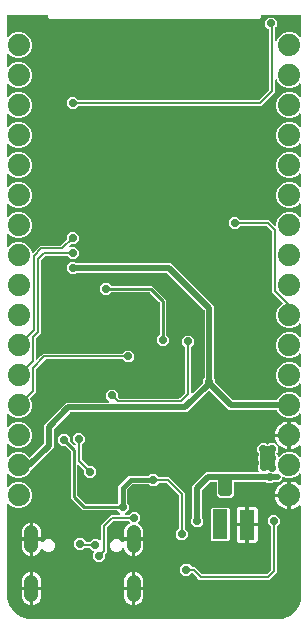
<source format=gbr>
G04 EAGLE Gerber RS-274X export*
G75*
%MOMM*%
%FSLAX34Y34*%
%LPD*%
%INBottom Copper*%
%IPPOS*%
%AMOC8*
5,1,8,0,0,1.08239X$1,22.5*%
G01*
%ADD10C,1.158000*%
%ADD11C,1.879600*%
%ADD12R,1.270000X2.540000*%
%ADD13C,0.706400*%
%ADD14C,0.508000*%
%ADD15C,0.304800*%
%ADD16C,0.200000*%
%ADD17C,0.406400*%
%ADD18C,0.254000*%

G36*
X19342Y137874D02*
X19342Y137874D01*
X19440Y137877D01*
X19463Y137886D01*
X19488Y137888D01*
X19577Y137929D01*
X19669Y137963D01*
X19688Y137979D01*
X19710Y137989D01*
X19824Y138083D01*
X31276Y149534D01*
X31333Y149613D01*
X31395Y149689D01*
X31403Y149712D01*
X31418Y149733D01*
X31446Y149826D01*
X31481Y149917D01*
X31484Y149950D01*
X31489Y149966D01*
X31488Y149991D01*
X31495Y150064D01*
X31495Y165514D01*
X47786Y181804D01*
X50386Y184405D01*
X86035Y184405D01*
X86108Y184417D01*
X86181Y184419D01*
X86227Y184436D01*
X86276Y184444D01*
X86341Y184479D01*
X86409Y184505D01*
X86448Y184536D01*
X86491Y184559D01*
X86541Y184613D01*
X86598Y184660D01*
X86624Y184701D01*
X86658Y184737D01*
X86688Y184804D01*
X86727Y184867D01*
X86738Y184915D01*
X86759Y184960D01*
X86766Y185033D01*
X86783Y185104D01*
X86778Y185153D01*
X86783Y185203D01*
X86766Y185274D01*
X86759Y185347D01*
X86739Y185392D01*
X86728Y185440D01*
X86689Y185503D01*
X86659Y185570D01*
X86612Y185626D01*
X86599Y185648D01*
X86586Y185658D01*
X86565Y185684D01*
X83843Y188405D01*
X83843Y192595D01*
X86805Y195557D01*
X90995Y195557D01*
X93957Y192595D01*
X93957Y189324D01*
X93973Y189228D01*
X93982Y189131D01*
X93992Y189108D01*
X93996Y189083D01*
X94042Y188997D01*
X94083Y188909D01*
X94104Y188883D01*
X94111Y188868D01*
X94130Y188851D01*
X94176Y188794D01*
X94806Y188164D01*
X94886Y188107D01*
X94961Y188045D01*
X94984Y188037D01*
X95005Y188022D01*
X95098Y187994D01*
X95189Y187959D01*
X95222Y187956D01*
X95238Y187951D01*
X95263Y187952D01*
X95336Y187945D01*
X145964Y187945D01*
X146060Y187961D01*
X146157Y187970D01*
X146180Y187980D01*
X146205Y187984D01*
X146291Y188030D01*
X146379Y188071D01*
X146405Y188092D01*
X146420Y188099D01*
X146437Y188118D01*
X146494Y188164D01*
X150926Y192596D01*
X150983Y192676D01*
X151045Y192751D01*
X151053Y192774D01*
X151068Y192795D01*
X151096Y192888D01*
X151131Y192979D01*
X151134Y193012D01*
X151139Y193028D01*
X151138Y193053D01*
X151145Y193126D01*
X151145Y231283D01*
X151129Y231379D01*
X151120Y231476D01*
X151110Y231499D01*
X151106Y231524D01*
X151060Y231610D01*
X151019Y231699D01*
X150998Y231724D01*
X150991Y231739D01*
X150972Y231756D01*
X150926Y231813D01*
X148613Y234125D01*
X148613Y238315D01*
X151575Y241277D01*
X155765Y241277D01*
X158727Y238315D01*
X158727Y234125D01*
X156414Y231813D01*
X156357Y231734D01*
X156295Y231658D01*
X156287Y231635D01*
X156272Y231615D01*
X156244Y231521D01*
X156209Y231430D01*
X156206Y231397D01*
X156201Y231381D01*
X156202Y231356D01*
X156195Y231283D01*
X156195Y192962D01*
X156207Y192889D01*
X156209Y192816D01*
X156226Y192770D01*
X156234Y192721D01*
X156269Y192656D01*
X156295Y192588D01*
X156326Y192549D01*
X156349Y192506D01*
X156403Y192456D01*
X156450Y192399D01*
X156492Y192373D01*
X156527Y192339D01*
X156594Y192309D01*
X156657Y192270D01*
X156705Y192259D01*
X156750Y192238D01*
X156823Y192231D01*
X156894Y192214D01*
X156943Y192219D01*
X156993Y192214D01*
X157064Y192231D01*
X157137Y192238D01*
X157182Y192258D01*
X157230Y192270D01*
X157293Y192308D01*
X157360Y192339D01*
X157416Y192385D01*
X157438Y192398D01*
X157448Y192411D01*
X157474Y192432D01*
X165724Y200682D01*
X165781Y200762D01*
X165843Y200837D01*
X165851Y200860D01*
X165866Y200881D01*
X165894Y200974D01*
X165929Y201065D01*
X165932Y201098D01*
X165937Y201114D01*
X165936Y201139D01*
X165943Y201212D01*
X165943Y204095D01*
X167166Y205317D01*
X167223Y205397D01*
X167285Y205472D01*
X167293Y205495D01*
X167308Y205515D01*
X167336Y205609D01*
X167371Y205700D01*
X167374Y205733D01*
X167379Y205749D01*
X167378Y205774D01*
X167385Y205847D01*
X167385Y262166D01*
X167369Y262262D01*
X167360Y262359D01*
X167350Y262382D01*
X167346Y262407D01*
X167300Y262493D01*
X167259Y262582D01*
X167238Y262607D01*
X167231Y262622D01*
X167212Y262639D01*
X167166Y262696D01*
X135696Y294166D01*
X135616Y294223D01*
X135541Y294285D01*
X135518Y294293D01*
X135497Y294308D01*
X135404Y294336D01*
X135313Y294371D01*
X135280Y294374D01*
X135264Y294379D01*
X135239Y294378D01*
X135166Y294385D01*
X59277Y294385D01*
X59181Y294369D01*
X59084Y294360D01*
X59061Y294350D01*
X59036Y294346D01*
X58950Y294300D01*
X58861Y294259D01*
X58836Y294238D01*
X58821Y294231D01*
X58804Y294212D01*
X58747Y294166D01*
X57975Y293393D01*
X53785Y293393D01*
X50823Y296355D01*
X50823Y300545D01*
X53785Y303507D01*
X57975Y303507D01*
X58747Y302734D01*
X58827Y302677D01*
X58902Y302615D01*
X58925Y302607D01*
X58945Y302592D01*
X59039Y302564D01*
X59130Y302529D01*
X59163Y302526D01*
X59179Y302521D01*
X59204Y302522D01*
X59277Y302515D01*
X138844Y302515D01*
X175515Y265844D01*
X175515Y204947D01*
X175531Y204851D01*
X175540Y204754D01*
X175550Y204731D01*
X175554Y204706D01*
X175600Y204620D01*
X175641Y204531D01*
X175662Y204506D01*
X175669Y204491D01*
X175688Y204474D01*
X175734Y204417D01*
X176057Y204095D01*
X176057Y202112D01*
X176073Y202016D01*
X176082Y201919D01*
X176092Y201896D01*
X176096Y201871D01*
X176142Y201785D01*
X176183Y201696D01*
X176204Y201671D01*
X176211Y201656D01*
X176230Y201639D01*
X176276Y201582D01*
X191374Y186484D01*
X191454Y186427D01*
X191529Y186365D01*
X191552Y186357D01*
X191573Y186342D01*
X191666Y186314D01*
X191757Y186279D01*
X191790Y186276D01*
X191806Y186271D01*
X191831Y186272D01*
X191904Y186265D01*
X228360Y186265D01*
X228491Y186286D01*
X228601Y186304D01*
X228709Y186362D01*
X228816Y186419D01*
X228895Y186503D01*
X228983Y186597D01*
X228983Y186598D01*
X229053Y186727D01*
X229740Y188387D01*
X232813Y191460D01*
X236827Y193123D01*
X241173Y193123D01*
X245187Y191460D01*
X247339Y189308D01*
X247399Y189265D01*
X247453Y189215D01*
X247497Y189194D01*
X247538Y189166D01*
X247608Y189144D01*
X247675Y189114D01*
X247724Y189109D01*
X247771Y189095D01*
X247844Y189097D01*
X247918Y189090D01*
X247966Y189101D01*
X248015Y189103D01*
X248084Y189129D01*
X248155Y189145D01*
X248197Y189171D01*
X248243Y189189D01*
X248300Y189235D01*
X248363Y189274D01*
X248394Y189312D01*
X248432Y189343D01*
X248471Y189406D01*
X248518Y189462D01*
X248535Y189508D01*
X248561Y189550D01*
X248578Y189622D01*
X248604Y189691D01*
X248611Y189764D01*
X248617Y189788D01*
X248615Y189805D01*
X248618Y189838D01*
X248618Y199962D01*
X248606Y200035D01*
X248604Y200108D01*
X248587Y200154D01*
X248579Y200203D01*
X248544Y200268D01*
X248518Y200337D01*
X248487Y200375D01*
X248464Y200418D01*
X248410Y200469D01*
X248363Y200525D01*
X248321Y200551D01*
X248286Y200585D01*
X248219Y200616D01*
X248156Y200654D01*
X248108Y200666D01*
X248063Y200686D01*
X247990Y200693D01*
X247919Y200710D01*
X247870Y200705D01*
X247820Y200710D01*
X247749Y200693D01*
X247676Y200686D01*
X247631Y200666D01*
X247583Y200655D01*
X247520Y200616D01*
X247453Y200586D01*
X247397Y200539D01*
X247375Y200526D01*
X247365Y200513D01*
X247339Y200492D01*
X245187Y198340D01*
X241173Y196677D01*
X236827Y196677D01*
X232813Y198340D01*
X229740Y201413D01*
X228077Y205427D01*
X228077Y209773D01*
X229740Y213787D01*
X232813Y216860D01*
X236827Y218523D01*
X241173Y218523D01*
X245187Y216860D01*
X247339Y214708D01*
X247399Y214665D01*
X247453Y214615D01*
X247497Y214594D01*
X247538Y214566D01*
X247608Y214544D01*
X247675Y214514D01*
X247724Y214509D01*
X247771Y214495D01*
X247844Y214497D01*
X247918Y214490D01*
X247966Y214501D01*
X248015Y214503D01*
X248084Y214529D01*
X248155Y214545D01*
X248197Y214571D01*
X248243Y214589D01*
X248300Y214635D01*
X248363Y214674D01*
X248394Y214712D01*
X248432Y214743D01*
X248471Y214806D01*
X248518Y214862D01*
X248535Y214908D01*
X248561Y214950D01*
X248578Y215022D01*
X248604Y215091D01*
X248611Y215164D01*
X248617Y215188D01*
X248615Y215205D01*
X248618Y215238D01*
X248618Y225362D01*
X248606Y225435D01*
X248604Y225508D01*
X248587Y225554D01*
X248579Y225603D01*
X248544Y225668D01*
X248518Y225737D01*
X248487Y225775D01*
X248464Y225818D01*
X248410Y225869D01*
X248363Y225925D01*
X248321Y225951D01*
X248286Y225985D01*
X248219Y226016D01*
X248156Y226054D01*
X248108Y226066D01*
X248063Y226086D01*
X247990Y226093D01*
X247919Y226110D01*
X247870Y226105D01*
X247820Y226110D01*
X247749Y226093D01*
X247676Y226086D01*
X247631Y226066D01*
X247583Y226055D01*
X247520Y226016D01*
X247453Y225986D01*
X247397Y225939D01*
X247375Y225926D01*
X247365Y225913D01*
X247339Y225892D01*
X245187Y223740D01*
X241173Y222077D01*
X236827Y222077D01*
X232813Y223740D01*
X229740Y226813D01*
X228077Y230827D01*
X228077Y235173D01*
X229740Y239187D01*
X232813Y242260D01*
X236827Y243923D01*
X241173Y243923D01*
X245187Y242260D01*
X247339Y240108D01*
X247399Y240065D01*
X247453Y240015D01*
X247497Y239994D01*
X247538Y239966D01*
X247608Y239944D01*
X247675Y239914D01*
X247724Y239909D01*
X247771Y239895D01*
X247844Y239897D01*
X247918Y239890D01*
X247966Y239901D01*
X248015Y239903D01*
X248084Y239929D01*
X248155Y239945D01*
X248197Y239971D01*
X248243Y239989D01*
X248300Y240035D01*
X248363Y240074D01*
X248394Y240112D01*
X248432Y240143D01*
X248471Y240206D01*
X248518Y240262D01*
X248535Y240308D01*
X248561Y240350D01*
X248578Y240422D01*
X248604Y240491D01*
X248611Y240564D01*
X248617Y240588D01*
X248615Y240605D01*
X248618Y240638D01*
X248618Y250762D01*
X248606Y250835D01*
X248604Y250908D01*
X248587Y250954D01*
X248579Y251003D01*
X248544Y251068D01*
X248518Y251137D01*
X248487Y251175D01*
X248464Y251218D01*
X248410Y251269D01*
X248363Y251325D01*
X248321Y251351D01*
X248286Y251385D01*
X248219Y251416D01*
X248156Y251454D01*
X248108Y251466D01*
X248063Y251486D01*
X247990Y251493D01*
X247919Y251510D01*
X247870Y251505D01*
X247820Y251510D01*
X247749Y251493D01*
X247676Y251486D01*
X247631Y251466D01*
X247583Y251455D01*
X247520Y251416D01*
X247453Y251386D01*
X247397Y251339D01*
X247375Y251326D01*
X247365Y251313D01*
X247339Y251292D01*
X245187Y249140D01*
X241173Y247477D01*
X236827Y247477D01*
X232813Y249140D01*
X229740Y252213D01*
X228077Y256227D01*
X228077Y260573D01*
X229740Y264587D01*
X232813Y267660D01*
X233118Y267786D01*
X233159Y267812D01*
X233205Y267829D01*
X233263Y267876D01*
X233325Y267915D01*
X233356Y267953D01*
X233394Y267984D01*
X233433Y268047D01*
X233480Y268104D01*
X233497Y268150D01*
X233523Y268191D01*
X233540Y268263D01*
X233566Y268332D01*
X233568Y268381D01*
X233579Y268429D01*
X233572Y268502D01*
X233574Y268576D01*
X233560Y268623D01*
X233555Y268672D01*
X233525Y268739D01*
X233503Y268809D01*
X233475Y268849D01*
X233455Y268894D01*
X233362Y269007D01*
X233361Y269008D01*
X226252Y276118D01*
X224553Y277816D01*
X224553Y328844D01*
X224537Y328940D01*
X224528Y329037D01*
X224518Y329060D01*
X224514Y329085D01*
X224468Y329171D01*
X224427Y329259D01*
X224406Y329285D01*
X224399Y329300D01*
X224380Y329317D01*
X224334Y329374D01*
X219902Y333806D01*
X219822Y333863D01*
X219747Y333925D01*
X219724Y333933D01*
X219703Y333948D01*
X219610Y333976D01*
X219519Y334011D01*
X219486Y334014D01*
X219470Y334019D01*
X219445Y334018D01*
X219372Y334025D01*
X197977Y334025D01*
X197881Y334009D01*
X197784Y334000D01*
X197761Y333990D01*
X197736Y333986D01*
X197650Y333940D01*
X197561Y333899D01*
X197536Y333878D01*
X197521Y333871D01*
X197504Y333852D01*
X197447Y333806D01*
X195135Y331493D01*
X190945Y331493D01*
X187983Y334455D01*
X187983Y338645D01*
X190945Y341607D01*
X195135Y341607D01*
X197447Y339294D01*
X197527Y339237D01*
X197602Y339175D01*
X197625Y339167D01*
X197645Y339152D01*
X197739Y339124D01*
X197830Y339089D01*
X197863Y339086D01*
X197879Y339081D01*
X197904Y339082D01*
X197977Y339075D01*
X221774Y339075D01*
X226798Y334050D01*
X226858Y334007D01*
X226912Y333957D01*
X226956Y333937D01*
X226997Y333908D01*
X227067Y333887D01*
X227134Y333856D01*
X227183Y333852D01*
X227230Y333837D01*
X227303Y333840D01*
X227377Y333832D01*
X227425Y333844D01*
X227474Y333845D01*
X227543Y333871D01*
X227614Y333888D01*
X227656Y333914D01*
X227702Y333931D01*
X227759Y333978D01*
X227822Y334016D01*
X227853Y334054D01*
X227891Y334086D01*
X227930Y334148D01*
X227977Y334205D01*
X227994Y334251D01*
X228020Y334293D01*
X228037Y334364D01*
X228063Y334433D01*
X228070Y334506D01*
X228076Y334530D01*
X228074Y334547D01*
X228077Y334580D01*
X228077Y336773D01*
X229740Y340787D01*
X232813Y343860D01*
X236827Y345523D01*
X241173Y345523D01*
X245187Y343860D01*
X247339Y341708D01*
X247399Y341665D01*
X247453Y341615D01*
X247497Y341594D01*
X247538Y341566D01*
X247608Y341544D01*
X247675Y341514D01*
X247724Y341509D01*
X247771Y341495D01*
X247844Y341497D01*
X247918Y341490D01*
X247966Y341501D01*
X248015Y341503D01*
X248084Y341529D01*
X248155Y341545D01*
X248197Y341571D01*
X248243Y341589D01*
X248300Y341635D01*
X248363Y341674D01*
X248394Y341712D01*
X248432Y341743D01*
X248471Y341806D01*
X248518Y341862D01*
X248535Y341908D01*
X248561Y341950D01*
X248578Y342022D01*
X248604Y342091D01*
X248611Y342164D01*
X248617Y342188D01*
X248615Y342205D01*
X248618Y342238D01*
X248618Y352362D01*
X248606Y352435D01*
X248604Y352508D01*
X248587Y352554D01*
X248579Y352603D01*
X248544Y352668D01*
X248518Y352737D01*
X248487Y352775D01*
X248464Y352818D01*
X248410Y352869D01*
X248363Y352925D01*
X248321Y352951D01*
X248286Y352985D01*
X248219Y353016D01*
X248156Y353054D01*
X248108Y353066D01*
X248063Y353086D01*
X247990Y353093D01*
X247919Y353110D01*
X247870Y353105D01*
X247820Y353110D01*
X247749Y353093D01*
X247676Y353086D01*
X247631Y353066D01*
X247583Y353055D01*
X247520Y353016D01*
X247453Y352986D01*
X247397Y352939D01*
X247375Y352926D01*
X247365Y352913D01*
X247339Y352892D01*
X245187Y350740D01*
X241173Y349077D01*
X236827Y349077D01*
X232813Y350740D01*
X229740Y353813D01*
X228077Y357827D01*
X228077Y362173D01*
X229740Y366187D01*
X232813Y369260D01*
X236827Y370923D01*
X241173Y370923D01*
X245187Y369260D01*
X247339Y367108D01*
X247399Y367065D01*
X247453Y367015D01*
X247497Y366994D01*
X247538Y366966D01*
X247608Y366944D01*
X247675Y366914D01*
X247724Y366909D01*
X247771Y366895D01*
X247844Y366897D01*
X247918Y366890D01*
X247966Y366901D01*
X248015Y366903D01*
X248084Y366929D01*
X248155Y366945D01*
X248197Y366971D01*
X248243Y366989D01*
X248300Y367035D01*
X248363Y367074D01*
X248394Y367112D01*
X248432Y367143D01*
X248471Y367206D01*
X248518Y367262D01*
X248535Y367308D01*
X248561Y367350D01*
X248578Y367422D01*
X248604Y367491D01*
X248611Y367564D01*
X248617Y367588D01*
X248615Y367605D01*
X248618Y367638D01*
X248618Y377762D01*
X248606Y377835D01*
X248604Y377908D01*
X248587Y377954D01*
X248579Y378003D01*
X248544Y378068D01*
X248518Y378137D01*
X248487Y378175D01*
X248464Y378218D01*
X248410Y378269D01*
X248363Y378325D01*
X248321Y378351D01*
X248286Y378385D01*
X248219Y378416D01*
X248156Y378454D01*
X248108Y378466D01*
X248063Y378486D01*
X247990Y378493D01*
X247919Y378510D01*
X247870Y378505D01*
X247820Y378510D01*
X247749Y378493D01*
X247676Y378486D01*
X247631Y378466D01*
X247583Y378455D01*
X247520Y378416D01*
X247453Y378386D01*
X247397Y378339D01*
X247375Y378326D01*
X247365Y378313D01*
X247339Y378292D01*
X245187Y376140D01*
X241173Y374477D01*
X236827Y374477D01*
X232813Y376140D01*
X229740Y379213D01*
X228077Y383227D01*
X228077Y387573D01*
X229740Y391587D01*
X232813Y394660D01*
X236827Y396323D01*
X241173Y396323D01*
X245187Y394660D01*
X247339Y392508D01*
X247399Y392465D01*
X247453Y392415D01*
X247497Y392394D01*
X247538Y392366D01*
X247608Y392344D01*
X247675Y392314D01*
X247724Y392309D01*
X247771Y392295D01*
X247844Y392297D01*
X247918Y392290D01*
X247966Y392301D01*
X248015Y392303D01*
X248084Y392329D01*
X248155Y392345D01*
X248197Y392371D01*
X248243Y392389D01*
X248300Y392435D01*
X248363Y392474D01*
X248394Y392512D01*
X248432Y392543D01*
X248471Y392606D01*
X248518Y392662D01*
X248535Y392708D01*
X248561Y392750D01*
X248578Y392822D01*
X248604Y392891D01*
X248611Y392964D01*
X248617Y392988D01*
X248615Y393005D01*
X248618Y393038D01*
X248618Y403162D01*
X248606Y403235D01*
X248604Y403308D01*
X248587Y403354D01*
X248579Y403403D01*
X248544Y403468D01*
X248518Y403537D01*
X248487Y403575D01*
X248464Y403618D01*
X248410Y403669D01*
X248363Y403725D01*
X248321Y403751D01*
X248286Y403785D01*
X248219Y403816D01*
X248156Y403854D01*
X248108Y403866D01*
X248063Y403886D01*
X247990Y403893D01*
X247919Y403910D01*
X247870Y403905D01*
X247820Y403910D01*
X247749Y403893D01*
X247676Y403886D01*
X247631Y403866D01*
X247583Y403855D01*
X247520Y403816D01*
X247453Y403786D01*
X247397Y403739D01*
X247375Y403726D01*
X247365Y403713D01*
X247339Y403692D01*
X245187Y401540D01*
X241173Y399877D01*
X236827Y399877D01*
X232813Y401540D01*
X229740Y404613D01*
X228077Y408627D01*
X228077Y412973D01*
X229740Y416987D01*
X232813Y420060D01*
X236827Y421723D01*
X241173Y421723D01*
X245187Y420060D01*
X247339Y417908D01*
X247399Y417865D01*
X247453Y417815D01*
X247497Y417794D01*
X247538Y417766D01*
X247608Y417744D01*
X247675Y417714D01*
X247724Y417709D01*
X247771Y417695D01*
X247844Y417697D01*
X247918Y417690D01*
X247966Y417701D01*
X248015Y417703D01*
X248084Y417729D01*
X248155Y417745D01*
X248197Y417771D01*
X248243Y417789D01*
X248300Y417835D01*
X248363Y417874D01*
X248394Y417912D01*
X248432Y417943D01*
X248471Y418006D01*
X248518Y418062D01*
X248535Y418108D01*
X248561Y418150D01*
X248578Y418222D01*
X248604Y418291D01*
X248611Y418364D01*
X248617Y418388D01*
X248615Y418405D01*
X248618Y418438D01*
X248618Y428562D01*
X248606Y428635D01*
X248604Y428708D01*
X248587Y428754D01*
X248579Y428803D01*
X248544Y428868D01*
X248518Y428937D01*
X248487Y428975D01*
X248464Y429018D01*
X248410Y429069D01*
X248363Y429125D01*
X248321Y429151D01*
X248286Y429185D01*
X248219Y429216D01*
X248156Y429254D01*
X248108Y429266D01*
X248063Y429286D01*
X247990Y429293D01*
X247919Y429310D01*
X247870Y429305D01*
X247820Y429310D01*
X247749Y429293D01*
X247676Y429286D01*
X247631Y429266D01*
X247583Y429255D01*
X247520Y429216D01*
X247453Y429186D01*
X247397Y429139D01*
X247375Y429126D01*
X247365Y429113D01*
X247339Y429092D01*
X245187Y426940D01*
X241173Y425277D01*
X236827Y425277D01*
X232813Y426940D01*
X229740Y430013D01*
X228077Y434027D01*
X228077Y438373D01*
X229740Y442387D01*
X232813Y445460D01*
X236827Y447123D01*
X241173Y447123D01*
X245187Y445460D01*
X247339Y443308D01*
X247399Y443265D01*
X247453Y443215D01*
X247497Y443194D01*
X247538Y443166D01*
X247608Y443144D01*
X247675Y443114D01*
X247724Y443109D01*
X247771Y443095D01*
X247844Y443097D01*
X247918Y443090D01*
X247966Y443101D01*
X248015Y443103D01*
X248084Y443129D01*
X248155Y443145D01*
X248197Y443171D01*
X248243Y443189D01*
X248300Y443235D01*
X248363Y443274D01*
X248394Y443312D01*
X248432Y443343D01*
X248471Y443406D01*
X248518Y443462D01*
X248535Y443508D01*
X248561Y443550D01*
X248578Y443622D01*
X248604Y443691D01*
X248611Y443764D01*
X248617Y443788D01*
X248615Y443805D01*
X248618Y443838D01*
X248618Y453962D01*
X248606Y454035D01*
X248604Y454108D01*
X248587Y454154D01*
X248579Y454203D01*
X248544Y454268D01*
X248518Y454337D01*
X248487Y454375D01*
X248464Y454418D01*
X248410Y454469D01*
X248363Y454525D01*
X248321Y454551D01*
X248286Y454585D01*
X248219Y454616D01*
X248156Y454654D01*
X248108Y454666D01*
X248063Y454686D01*
X247990Y454693D01*
X247919Y454710D01*
X247870Y454705D01*
X247820Y454710D01*
X247749Y454693D01*
X247676Y454686D01*
X247631Y454666D01*
X247583Y454655D01*
X247520Y454616D01*
X247453Y454586D01*
X247397Y454539D01*
X247375Y454526D01*
X247365Y454513D01*
X247339Y454492D01*
X245187Y452340D01*
X241173Y450677D01*
X236827Y450677D01*
X232813Y452340D01*
X229740Y455413D01*
X228756Y457788D01*
X228705Y457871D01*
X228659Y457958D01*
X228640Y457974D01*
X228627Y457995D01*
X228552Y458057D01*
X228480Y458124D01*
X228458Y458135D01*
X228439Y458150D01*
X228347Y458185D01*
X228258Y458225D01*
X228234Y458228D01*
X228210Y458236D01*
X228113Y458240D01*
X228015Y458249D01*
X227991Y458244D01*
X227967Y458244D01*
X227873Y458216D01*
X227778Y458194D01*
X227757Y458181D01*
X227733Y458174D01*
X227654Y458117D01*
X227570Y458065D01*
X227555Y458046D01*
X227535Y458032D01*
X227478Y457952D01*
X227415Y457877D01*
X227407Y457854D01*
X227392Y457834D01*
X227364Y457740D01*
X227329Y457649D01*
X227326Y457616D01*
X227321Y457600D01*
X227322Y457575D01*
X227315Y457502D01*
X227315Y447264D01*
X215676Y435625D01*
X60817Y435625D01*
X60721Y435609D01*
X60624Y435600D01*
X60601Y435590D01*
X60576Y435586D01*
X60490Y435540D01*
X60401Y435499D01*
X60376Y435478D01*
X60361Y435471D01*
X60344Y435452D01*
X60287Y435406D01*
X57975Y433093D01*
X53785Y433093D01*
X50823Y436055D01*
X50823Y440245D01*
X53785Y443207D01*
X57975Y443207D01*
X60287Y440894D01*
X60367Y440837D01*
X60442Y440775D01*
X60465Y440767D01*
X60485Y440752D01*
X60579Y440724D01*
X60670Y440689D01*
X60703Y440686D01*
X60719Y440681D01*
X60744Y440682D01*
X60817Y440675D01*
X213274Y440675D01*
X213370Y440691D01*
X213467Y440700D01*
X213490Y440710D01*
X213515Y440714D01*
X213601Y440760D01*
X213689Y440801D01*
X213715Y440822D01*
X213730Y440829D01*
X213747Y440848D01*
X213804Y440894D01*
X222046Y449136D01*
X222103Y449216D01*
X222165Y449291D01*
X222173Y449314D01*
X222188Y449335D01*
X222216Y449428D01*
X222251Y449519D01*
X222254Y449552D01*
X222259Y449568D01*
X222258Y449593D01*
X222265Y449666D01*
X222265Y499654D01*
X222261Y499678D01*
X222264Y499703D01*
X222242Y499798D01*
X222226Y499895D01*
X222214Y499916D01*
X222208Y499940D01*
X222157Y500024D01*
X222111Y500110D01*
X222093Y500127D01*
X222080Y500148D01*
X222004Y500210D01*
X221933Y500277D01*
X221910Y500287D01*
X221891Y500303D01*
X221800Y500337D01*
X221710Y500378D01*
X221686Y500380D01*
X221663Y500389D01*
X221516Y500403D01*
X221425Y500403D01*
X218463Y503365D01*
X218463Y507555D01*
X221425Y510517D01*
X225615Y510517D01*
X228577Y507555D01*
X228577Y503365D01*
X227534Y502323D01*
X227477Y502243D01*
X227415Y502168D01*
X227407Y502145D01*
X227392Y502125D01*
X227364Y502031D01*
X227329Y501940D01*
X227326Y501907D01*
X227321Y501891D01*
X227322Y501866D01*
X227315Y501793D01*
X227315Y491098D01*
X227331Y491002D01*
X227340Y490905D01*
X227350Y490882D01*
X227354Y490858D01*
X227401Y490771D01*
X227441Y490682D01*
X227458Y490664D01*
X227469Y490642D01*
X227541Y490576D01*
X227608Y490504D01*
X227629Y490493D01*
X227647Y490476D01*
X227736Y490435D01*
X227823Y490389D01*
X227847Y490385D01*
X227870Y490375D01*
X227967Y490365D01*
X228063Y490349D01*
X228088Y490353D01*
X228113Y490351D01*
X228208Y490373D01*
X228304Y490389D01*
X228326Y490400D01*
X228350Y490406D01*
X228433Y490458D01*
X228520Y490504D01*
X228536Y490522D01*
X228558Y490535D01*
X228620Y490610D01*
X228687Y490682D01*
X228702Y490710D01*
X228712Y490723D01*
X228721Y490746D01*
X228756Y490812D01*
X229740Y493187D01*
X232813Y496260D01*
X236827Y497923D01*
X241173Y497923D01*
X245187Y496260D01*
X247339Y494108D01*
X247399Y494065D01*
X247453Y494015D01*
X247497Y493994D01*
X247538Y493966D01*
X247608Y493944D01*
X247675Y493914D01*
X247724Y493909D01*
X247771Y493895D01*
X247844Y493897D01*
X247918Y493890D01*
X247966Y493901D01*
X248015Y493903D01*
X248084Y493929D01*
X248155Y493945D01*
X248197Y493971D01*
X248243Y493989D01*
X248300Y494035D01*
X248363Y494074D01*
X248394Y494112D01*
X248432Y494143D01*
X248471Y494206D01*
X248518Y494262D01*
X248535Y494308D01*
X248561Y494350D01*
X248578Y494422D01*
X248604Y494491D01*
X248611Y494564D01*
X248617Y494588D01*
X248615Y494605D01*
X248618Y494638D01*
X248618Y512000D01*
X248614Y512024D01*
X248617Y512049D01*
X248595Y512144D01*
X248579Y512241D01*
X248567Y512262D01*
X248561Y512286D01*
X248510Y512370D01*
X248464Y512456D01*
X248446Y512473D01*
X248433Y512494D01*
X248357Y512556D01*
X248286Y512623D01*
X248263Y512633D01*
X248244Y512649D01*
X248153Y512683D01*
X248063Y512724D01*
X248039Y512726D01*
X248016Y512735D01*
X247869Y512749D01*
X216131Y512749D01*
X216107Y512745D01*
X216082Y512748D01*
X215987Y512726D01*
X215890Y512710D01*
X215869Y512698D01*
X215845Y512692D01*
X215761Y512641D01*
X215675Y512595D01*
X215658Y512577D01*
X215637Y512564D01*
X215575Y512488D01*
X215508Y512417D01*
X215498Y512394D01*
X215482Y512375D01*
X215448Y512284D01*
X215407Y512194D01*
X215405Y512170D01*
X215396Y512147D01*
X215382Y512000D01*
X215382Y511013D01*
X213987Y509618D01*
X36013Y509618D01*
X34618Y511013D01*
X34618Y512000D01*
X34614Y512024D01*
X34617Y512049D01*
X34595Y512144D01*
X34579Y512241D01*
X34567Y512262D01*
X34561Y512286D01*
X34510Y512370D01*
X34464Y512456D01*
X34446Y512473D01*
X34433Y512494D01*
X34357Y512556D01*
X34286Y512623D01*
X34263Y512633D01*
X34244Y512649D01*
X34153Y512683D01*
X34063Y512724D01*
X34039Y512726D01*
X34016Y512735D01*
X33869Y512749D01*
X1131Y512749D01*
X1107Y512745D01*
X1082Y512748D01*
X987Y512725D01*
X890Y512710D01*
X869Y512698D01*
X845Y512692D01*
X761Y512641D01*
X675Y512595D01*
X658Y512577D01*
X637Y512564D01*
X575Y512488D01*
X508Y512416D01*
X498Y512394D01*
X482Y512375D01*
X448Y512284D01*
X407Y512194D01*
X405Y512170D01*
X396Y512147D01*
X382Y512000D01*
X382Y494638D01*
X394Y494565D01*
X396Y494492D01*
X413Y494446D01*
X421Y494397D01*
X456Y494332D01*
X482Y494263D01*
X513Y494225D01*
X536Y494182D01*
X590Y494131D01*
X637Y494075D01*
X679Y494049D01*
X714Y494015D01*
X781Y493984D01*
X844Y493946D01*
X892Y493934D01*
X937Y493914D01*
X1010Y493907D01*
X1081Y493890D01*
X1130Y493895D01*
X1180Y493890D01*
X1251Y493907D01*
X1324Y493914D01*
X1369Y493934D01*
X1417Y493945D01*
X1480Y493984D01*
X1547Y494014D01*
X1603Y494061D01*
X1625Y494074D01*
X1635Y494087D01*
X1661Y494108D01*
X3813Y496260D01*
X7827Y497923D01*
X12173Y497923D01*
X16187Y496260D01*
X19260Y493187D01*
X20923Y489173D01*
X20923Y484827D01*
X19260Y480813D01*
X16187Y477740D01*
X12173Y476077D01*
X7827Y476077D01*
X3813Y477740D01*
X1661Y479892D01*
X1601Y479935D01*
X1547Y479985D01*
X1503Y480006D01*
X1462Y480034D01*
X1392Y480056D01*
X1325Y480086D01*
X1276Y480091D01*
X1229Y480105D01*
X1156Y480103D01*
X1082Y480110D01*
X1034Y480099D01*
X985Y480097D01*
X916Y480071D01*
X845Y480055D01*
X803Y480029D01*
X757Y480011D01*
X700Y479965D01*
X637Y479926D01*
X606Y479888D01*
X568Y479857D01*
X529Y479794D01*
X482Y479738D01*
X465Y479692D01*
X439Y479650D01*
X422Y479578D01*
X396Y479509D01*
X389Y479436D01*
X383Y479412D01*
X385Y479395D01*
X382Y479362D01*
X382Y469238D01*
X394Y469165D01*
X396Y469092D01*
X413Y469046D01*
X421Y468997D01*
X456Y468932D01*
X482Y468863D01*
X513Y468825D01*
X536Y468782D01*
X590Y468731D01*
X637Y468675D01*
X679Y468649D01*
X714Y468615D01*
X781Y468584D01*
X844Y468546D01*
X892Y468534D01*
X937Y468514D01*
X1010Y468507D01*
X1081Y468490D01*
X1130Y468495D01*
X1180Y468490D01*
X1251Y468507D01*
X1324Y468514D01*
X1369Y468534D01*
X1417Y468545D01*
X1480Y468584D01*
X1547Y468614D01*
X1603Y468661D01*
X1625Y468674D01*
X1635Y468687D01*
X1661Y468708D01*
X3813Y470860D01*
X7827Y472523D01*
X12173Y472523D01*
X16187Y470860D01*
X19260Y467787D01*
X20923Y463773D01*
X20923Y459427D01*
X19260Y455413D01*
X16187Y452340D01*
X12173Y450677D01*
X7827Y450677D01*
X3813Y452340D01*
X1661Y454492D01*
X1601Y454535D01*
X1547Y454585D01*
X1503Y454606D01*
X1462Y454634D01*
X1392Y454656D01*
X1325Y454686D01*
X1276Y454691D01*
X1229Y454705D01*
X1156Y454703D01*
X1082Y454710D01*
X1034Y454699D01*
X985Y454697D01*
X916Y454671D01*
X845Y454655D01*
X803Y454629D01*
X757Y454611D01*
X700Y454565D01*
X637Y454526D01*
X606Y454488D01*
X568Y454457D01*
X529Y454394D01*
X482Y454338D01*
X465Y454292D01*
X439Y454250D01*
X422Y454178D01*
X396Y454109D01*
X389Y454036D01*
X383Y454012D01*
X385Y453995D01*
X382Y453962D01*
X382Y443838D01*
X394Y443765D01*
X396Y443692D01*
X413Y443646D01*
X421Y443597D01*
X456Y443532D01*
X482Y443463D01*
X513Y443425D01*
X536Y443382D01*
X590Y443331D01*
X637Y443275D01*
X679Y443249D01*
X714Y443215D01*
X781Y443184D01*
X844Y443146D01*
X892Y443134D01*
X937Y443114D01*
X1010Y443107D01*
X1081Y443090D01*
X1130Y443095D01*
X1180Y443090D01*
X1251Y443107D01*
X1324Y443114D01*
X1369Y443134D01*
X1417Y443145D01*
X1480Y443184D01*
X1547Y443214D01*
X1603Y443261D01*
X1625Y443274D01*
X1635Y443287D01*
X1661Y443308D01*
X3813Y445460D01*
X7827Y447123D01*
X12173Y447123D01*
X16187Y445460D01*
X19260Y442387D01*
X20923Y438373D01*
X20923Y434027D01*
X19260Y430013D01*
X16187Y426940D01*
X12173Y425277D01*
X7827Y425277D01*
X3813Y426940D01*
X1661Y429092D01*
X1601Y429135D01*
X1547Y429185D01*
X1503Y429206D01*
X1462Y429234D01*
X1392Y429256D01*
X1325Y429286D01*
X1276Y429291D01*
X1229Y429305D01*
X1156Y429303D01*
X1082Y429310D01*
X1034Y429299D01*
X985Y429297D01*
X916Y429271D01*
X845Y429255D01*
X803Y429229D01*
X757Y429211D01*
X700Y429165D01*
X637Y429126D01*
X606Y429088D01*
X568Y429057D01*
X529Y428994D01*
X482Y428938D01*
X465Y428892D01*
X439Y428850D01*
X422Y428778D01*
X396Y428709D01*
X389Y428636D01*
X383Y428612D01*
X385Y428595D01*
X382Y428562D01*
X382Y418438D01*
X394Y418365D01*
X396Y418292D01*
X413Y418246D01*
X421Y418197D01*
X456Y418132D01*
X482Y418063D01*
X513Y418025D01*
X536Y417982D01*
X590Y417931D01*
X637Y417875D01*
X679Y417849D01*
X714Y417815D01*
X781Y417784D01*
X844Y417746D01*
X892Y417734D01*
X937Y417714D01*
X1010Y417707D01*
X1081Y417690D01*
X1130Y417695D01*
X1180Y417690D01*
X1251Y417707D01*
X1324Y417714D01*
X1369Y417734D01*
X1417Y417745D01*
X1480Y417784D01*
X1547Y417814D01*
X1603Y417861D01*
X1625Y417874D01*
X1635Y417887D01*
X1661Y417908D01*
X3813Y420060D01*
X7827Y421723D01*
X12173Y421723D01*
X16187Y420060D01*
X19260Y416987D01*
X20923Y412973D01*
X20923Y408627D01*
X19260Y404613D01*
X16187Y401540D01*
X12173Y399877D01*
X7827Y399877D01*
X3813Y401540D01*
X1661Y403692D01*
X1601Y403735D01*
X1547Y403785D01*
X1503Y403806D01*
X1462Y403834D01*
X1392Y403856D01*
X1325Y403886D01*
X1276Y403891D01*
X1229Y403905D01*
X1156Y403903D01*
X1082Y403910D01*
X1034Y403899D01*
X985Y403897D01*
X916Y403871D01*
X845Y403855D01*
X803Y403829D01*
X757Y403811D01*
X700Y403765D01*
X637Y403726D01*
X606Y403688D01*
X568Y403657D01*
X529Y403594D01*
X482Y403538D01*
X465Y403492D01*
X439Y403450D01*
X422Y403378D01*
X396Y403309D01*
X389Y403236D01*
X383Y403212D01*
X385Y403195D01*
X382Y403162D01*
X382Y393038D01*
X394Y392965D01*
X396Y392892D01*
X413Y392846D01*
X421Y392797D01*
X456Y392732D01*
X482Y392663D01*
X513Y392625D01*
X536Y392582D01*
X590Y392531D01*
X637Y392475D01*
X679Y392449D01*
X714Y392415D01*
X781Y392384D01*
X844Y392346D01*
X892Y392334D01*
X937Y392314D01*
X1010Y392307D01*
X1081Y392290D01*
X1130Y392295D01*
X1180Y392290D01*
X1251Y392307D01*
X1324Y392314D01*
X1369Y392334D01*
X1417Y392345D01*
X1480Y392384D01*
X1547Y392414D01*
X1603Y392461D01*
X1625Y392474D01*
X1635Y392487D01*
X1661Y392508D01*
X3813Y394660D01*
X7827Y396323D01*
X12173Y396323D01*
X16187Y394660D01*
X19260Y391587D01*
X20923Y387573D01*
X20923Y383227D01*
X19260Y379213D01*
X16187Y376140D01*
X12173Y374477D01*
X7827Y374477D01*
X3813Y376140D01*
X1661Y378292D01*
X1601Y378335D01*
X1547Y378385D01*
X1503Y378406D01*
X1462Y378434D01*
X1392Y378456D01*
X1325Y378486D01*
X1276Y378491D01*
X1229Y378505D01*
X1156Y378503D01*
X1082Y378510D01*
X1034Y378499D01*
X985Y378497D01*
X916Y378471D01*
X845Y378455D01*
X803Y378429D01*
X757Y378411D01*
X700Y378365D01*
X637Y378326D01*
X606Y378288D01*
X568Y378257D01*
X529Y378194D01*
X482Y378138D01*
X465Y378092D01*
X439Y378050D01*
X422Y377978D01*
X396Y377909D01*
X389Y377836D01*
X383Y377812D01*
X385Y377795D01*
X382Y377762D01*
X382Y367638D01*
X394Y367565D01*
X396Y367492D01*
X413Y367446D01*
X421Y367397D01*
X456Y367332D01*
X482Y367263D01*
X513Y367225D01*
X536Y367182D01*
X590Y367131D01*
X637Y367075D01*
X679Y367049D01*
X714Y367015D01*
X781Y366984D01*
X844Y366946D01*
X892Y366934D01*
X937Y366914D01*
X1010Y366907D01*
X1081Y366890D01*
X1130Y366895D01*
X1180Y366890D01*
X1251Y366907D01*
X1324Y366914D01*
X1369Y366934D01*
X1417Y366945D01*
X1480Y366984D01*
X1547Y367014D01*
X1603Y367061D01*
X1625Y367074D01*
X1635Y367087D01*
X1661Y367108D01*
X3813Y369260D01*
X7827Y370923D01*
X12173Y370923D01*
X16187Y369260D01*
X19260Y366187D01*
X20923Y362173D01*
X20923Y357827D01*
X19260Y353813D01*
X16187Y350740D01*
X12173Y349077D01*
X7827Y349077D01*
X3813Y350740D01*
X1661Y352892D01*
X1601Y352935D01*
X1547Y352985D01*
X1503Y353006D01*
X1462Y353034D01*
X1392Y353056D01*
X1325Y353086D01*
X1276Y353091D01*
X1229Y353105D01*
X1156Y353103D01*
X1082Y353110D01*
X1034Y353099D01*
X985Y353097D01*
X916Y353071D01*
X845Y353055D01*
X803Y353029D01*
X757Y353011D01*
X700Y352965D01*
X637Y352926D01*
X606Y352888D01*
X568Y352857D01*
X529Y352794D01*
X482Y352738D01*
X465Y352692D01*
X439Y352650D01*
X422Y352578D01*
X396Y352509D01*
X389Y352436D01*
X383Y352412D01*
X385Y352395D01*
X382Y352362D01*
X382Y342238D01*
X384Y342225D01*
X383Y342219D01*
X389Y342196D01*
X394Y342165D01*
X396Y342092D01*
X413Y342046D01*
X421Y341997D01*
X456Y341932D01*
X482Y341863D01*
X513Y341825D01*
X536Y341782D01*
X590Y341731D01*
X637Y341675D01*
X679Y341649D01*
X714Y341615D01*
X781Y341584D01*
X844Y341546D01*
X892Y341534D01*
X937Y341514D01*
X1010Y341507D01*
X1081Y341490D01*
X1130Y341495D01*
X1180Y341490D01*
X1251Y341507D01*
X1324Y341514D01*
X1369Y341534D01*
X1417Y341545D01*
X1480Y341584D01*
X1547Y341614D01*
X1603Y341661D01*
X1625Y341674D01*
X1635Y341687D01*
X1661Y341708D01*
X3813Y343860D01*
X7827Y345523D01*
X12173Y345523D01*
X16187Y343860D01*
X19260Y340787D01*
X20923Y336773D01*
X20923Y332427D01*
X19260Y328413D01*
X16187Y325340D01*
X12173Y323677D01*
X7827Y323677D01*
X3813Y325340D01*
X1661Y327492D01*
X1601Y327535D01*
X1547Y327585D01*
X1503Y327606D01*
X1462Y327634D01*
X1392Y327656D01*
X1325Y327686D01*
X1276Y327691D01*
X1229Y327705D01*
X1156Y327703D01*
X1082Y327710D01*
X1034Y327699D01*
X985Y327697D01*
X916Y327671D01*
X845Y327655D01*
X803Y327629D01*
X757Y327611D01*
X700Y327565D01*
X637Y327526D01*
X606Y327488D01*
X568Y327457D01*
X529Y327394D01*
X482Y327338D01*
X465Y327292D01*
X439Y327250D01*
X422Y327178D01*
X396Y327109D01*
X389Y327036D01*
X383Y327012D01*
X385Y326995D01*
X382Y326962D01*
X382Y316838D01*
X394Y316765D01*
X396Y316692D01*
X413Y316646D01*
X421Y316597D01*
X456Y316532D01*
X482Y316463D01*
X513Y316425D01*
X536Y316382D01*
X590Y316331D01*
X637Y316275D01*
X679Y316249D01*
X714Y316215D01*
X781Y316184D01*
X844Y316146D01*
X892Y316134D01*
X937Y316114D01*
X1010Y316107D01*
X1081Y316090D01*
X1130Y316095D01*
X1180Y316090D01*
X1251Y316107D01*
X1324Y316114D01*
X1369Y316134D01*
X1417Y316145D01*
X1480Y316184D01*
X1547Y316214D01*
X1603Y316261D01*
X1625Y316274D01*
X1635Y316287D01*
X1661Y316308D01*
X3813Y318460D01*
X7827Y320123D01*
X12173Y320123D01*
X16187Y318460D01*
X19260Y315387D01*
X20824Y311610D01*
X20850Y311568D01*
X20868Y311522D01*
X20914Y311465D01*
X20953Y311403D01*
X20991Y311372D01*
X21022Y311334D01*
X21085Y311295D01*
X21142Y311248D01*
X21188Y311231D01*
X21229Y311205D01*
X21301Y311188D01*
X21370Y311162D01*
X21419Y311160D01*
X21467Y311149D01*
X21540Y311156D01*
X21614Y311154D01*
X21661Y311168D01*
X21710Y311173D01*
X21777Y311203D01*
X21848Y311225D01*
X21887Y311253D01*
X21932Y311273D01*
X22046Y311366D01*
X22046Y311367D01*
X28164Y317485D01*
X45634Y317485D01*
X45730Y317501D01*
X45827Y317510D01*
X45850Y317520D01*
X45875Y317524D01*
X45961Y317570D01*
X46049Y317611D01*
X46075Y317632D01*
X46090Y317639D01*
X46107Y317658D01*
X46164Y317704D01*
X50604Y322144D01*
X50661Y322224D01*
X50723Y322299D01*
X50731Y322322D01*
X50746Y322343D01*
X50774Y322436D01*
X50809Y322527D01*
X50812Y322560D01*
X50817Y322576D01*
X50816Y322601D01*
X50823Y322674D01*
X50823Y325945D01*
X53785Y328907D01*
X57975Y328907D01*
X60937Y325945D01*
X60937Y321755D01*
X57975Y318793D01*
X54704Y318793D01*
X54608Y318777D01*
X54511Y318768D01*
X54488Y318758D01*
X54463Y318754D01*
X54377Y318707D01*
X54289Y318667D01*
X54263Y318646D01*
X54248Y318639D01*
X54231Y318620D01*
X54174Y318574D01*
X53086Y317486D01*
X53044Y317426D01*
X52993Y317372D01*
X52973Y317328D01*
X52944Y317287D01*
X52923Y317217D01*
X52892Y317150D01*
X52888Y317101D01*
X52873Y317054D01*
X52876Y316981D01*
X52868Y316907D01*
X52880Y316859D01*
X52881Y316810D01*
X52907Y316741D01*
X52924Y316670D01*
X52950Y316628D01*
X52967Y316582D01*
X53014Y316525D01*
X53052Y316462D01*
X53090Y316431D01*
X53122Y316393D01*
X53184Y316354D01*
X53241Y316307D01*
X53287Y316290D01*
X53329Y316264D01*
X53400Y316247D01*
X53469Y316221D01*
X53542Y316214D01*
X53566Y316208D01*
X53583Y316210D01*
X53616Y316207D01*
X57975Y316207D01*
X60937Y313245D01*
X60937Y309055D01*
X57975Y306093D01*
X53785Y306093D01*
X51473Y308406D01*
X51393Y308463D01*
X51318Y308525D01*
X51295Y308533D01*
X51275Y308548D01*
X51181Y308576D01*
X51090Y308611D01*
X51057Y308614D01*
X51041Y308619D01*
X51016Y308618D01*
X50943Y308625D01*
X32820Y308625D01*
X32724Y308609D01*
X32627Y308600D01*
X32604Y308590D01*
X32579Y308586D01*
X32493Y308540D01*
X32405Y308499D01*
X32379Y308478D01*
X32364Y308471D01*
X32347Y308452D01*
X32290Y308406D01*
X29128Y305244D01*
X29071Y305164D01*
X29009Y305089D01*
X29001Y305066D01*
X28986Y305045D01*
X28958Y304952D01*
X28923Y304861D01*
X28920Y304828D01*
X28915Y304812D01*
X28916Y304787D01*
X28909Y304714D01*
X28909Y243354D01*
X24666Y239112D01*
X24609Y239033D01*
X24547Y238957D01*
X24539Y238934D01*
X24524Y238914D01*
X24496Y238820D01*
X24461Y238729D01*
X24458Y238696D01*
X24453Y238680D01*
X24454Y238655D01*
X24447Y238582D01*
X24447Y221596D01*
X24459Y221524D01*
X24461Y221450D01*
X24478Y221404D01*
X24486Y221355D01*
X24521Y221291D01*
X24547Y221222D01*
X24578Y221184D01*
X24601Y221140D01*
X24655Y221090D01*
X24702Y221033D01*
X24743Y221007D01*
X24779Y220973D01*
X24846Y220943D01*
X24909Y220904D01*
X24957Y220893D01*
X25002Y220872D01*
X25075Y220865D01*
X25146Y220848D01*
X25195Y220853D01*
X25245Y220848D01*
X25316Y220865D01*
X25389Y220872D01*
X25434Y220892D01*
X25482Y220904D01*
X25545Y220942D01*
X25612Y220973D01*
X25668Y221019D01*
X25690Y221032D01*
X25700Y221045D01*
X25726Y221066D01*
X29006Y224346D01*
X30704Y226045D01*
X97933Y226045D01*
X98029Y226061D01*
X98126Y226070D01*
X98149Y226080D01*
X98174Y226084D01*
X98260Y226130D01*
X98349Y226171D01*
X98374Y226192D01*
X98389Y226199D01*
X98406Y226218D01*
X98463Y226264D01*
X100775Y228577D01*
X104965Y228577D01*
X107927Y225615D01*
X107927Y221425D01*
X104965Y218463D01*
X100775Y218463D01*
X98463Y220776D01*
X98384Y220833D01*
X98308Y220895D01*
X98285Y220903D01*
X98265Y220918D01*
X98171Y220946D01*
X98080Y220981D01*
X98047Y220984D01*
X98031Y220989D01*
X98006Y220988D01*
X97933Y220995D01*
X33106Y220995D01*
X33010Y220979D01*
X32913Y220970D01*
X32890Y220960D01*
X32865Y220956D01*
X32779Y220910D01*
X32691Y220869D01*
X32665Y220848D01*
X32650Y220841D01*
X32633Y220822D01*
X32576Y220776D01*
X24666Y212866D01*
X24609Y212786D01*
X24547Y212711D01*
X24539Y212688D01*
X24524Y212667D01*
X24496Y212574D01*
X24461Y212483D01*
X24458Y212450D01*
X24453Y212434D01*
X24454Y212409D01*
X24447Y212336D01*
X24447Y193076D01*
X22748Y191378D01*
X19760Y188389D01*
X19680Y188277D01*
X19618Y188191D01*
X19579Y188064D01*
X19547Y187958D01*
X19547Y187957D01*
X19551Y187821D01*
X19554Y187714D01*
X19555Y187714D01*
X19555Y187713D01*
X19555Y187712D01*
X19597Y187573D01*
X20923Y184373D01*
X20923Y180027D01*
X19260Y176013D01*
X16187Y172940D01*
X12173Y171277D01*
X7827Y171277D01*
X3813Y172940D01*
X1661Y175092D01*
X1601Y175135D01*
X1547Y175185D01*
X1503Y175206D01*
X1462Y175234D01*
X1392Y175256D01*
X1325Y175286D01*
X1276Y175291D01*
X1229Y175305D01*
X1156Y175303D01*
X1082Y175310D01*
X1034Y175299D01*
X985Y175297D01*
X916Y175271D01*
X845Y175255D01*
X803Y175229D01*
X757Y175211D01*
X700Y175165D01*
X637Y175126D01*
X606Y175088D01*
X568Y175057D01*
X529Y174994D01*
X482Y174938D01*
X465Y174892D01*
X439Y174850D01*
X422Y174778D01*
X396Y174709D01*
X389Y174636D01*
X383Y174612D01*
X385Y174595D01*
X382Y174562D01*
X382Y164438D01*
X394Y164365D01*
X396Y164292D01*
X413Y164246D01*
X421Y164197D01*
X456Y164132D01*
X482Y164063D01*
X513Y164025D01*
X536Y163982D01*
X590Y163931D01*
X637Y163875D01*
X679Y163849D01*
X714Y163815D01*
X781Y163784D01*
X844Y163746D01*
X892Y163734D01*
X937Y163714D01*
X1010Y163707D01*
X1081Y163690D01*
X1130Y163695D01*
X1180Y163690D01*
X1251Y163707D01*
X1324Y163714D01*
X1369Y163734D01*
X1417Y163745D01*
X1480Y163784D01*
X1547Y163814D01*
X1603Y163861D01*
X1625Y163874D01*
X1635Y163887D01*
X1661Y163908D01*
X3813Y166060D01*
X7827Y167723D01*
X12173Y167723D01*
X16187Y166060D01*
X19260Y162987D01*
X20923Y158973D01*
X20923Y154627D01*
X19260Y150613D01*
X16187Y147540D01*
X12173Y145877D01*
X7827Y145877D01*
X3813Y147540D01*
X1661Y149692D01*
X1601Y149735D01*
X1547Y149785D01*
X1503Y149806D01*
X1462Y149834D01*
X1392Y149856D01*
X1325Y149886D01*
X1276Y149891D01*
X1229Y149905D01*
X1156Y149903D01*
X1082Y149910D01*
X1034Y149899D01*
X985Y149897D01*
X916Y149871D01*
X845Y149855D01*
X803Y149829D01*
X757Y149811D01*
X700Y149765D01*
X637Y149726D01*
X606Y149688D01*
X568Y149657D01*
X529Y149594D01*
X482Y149538D01*
X465Y149492D01*
X439Y149450D01*
X422Y149378D01*
X396Y149309D01*
X389Y149236D01*
X383Y149212D01*
X385Y149195D01*
X382Y149162D01*
X382Y139038D01*
X394Y138965D01*
X396Y138892D01*
X413Y138846D01*
X421Y138797D01*
X456Y138732D01*
X482Y138663D01*
X513Y138625D01*
X536Y138582D01*
X590Y138531D01*
X637Y138475D01*
X679Y138449D01*
X714Y138415D01*
X781Y138384D01*
X844Y138346D01*
X892Y138334D01*
X937Y138314D01*
X1010Y138307D01*
X1081Y138290D01*
X1130Y138295D01*
X1180Y138290D01*
X1251Y138307D01*
X1324Y138314D01*
X1369Y138334D01*
X1417Y138345D01*
X1480Y138384D01*
X1547Y138414D01*
X1603Y138461D01*
X1625Y138474D01*
X1635Y138487D01*
X1661Y138508D01*
X3813Y140660D01*
X7827Y142323D01*
X12173Y142323D01*
X16187Y140660D01*
X18765Y138083D01*
X18784Y138068D01*
X18800Y138049D01*
X18883Y137997D01*
X18963Y137940D01*
X18986Y137933D01*
X19007Y137920D01*
X19103Y137898D01*
X19196Y137870D01*
X19221Y137870D01*
X19245Y137865D01*
X19342Y137874D01*
G37*
G36*
X19686Y1363D02*
X19686Y1363D01*
X19782Y1379D01*
X19812Y1382D01*
X21858Y1382D01*
X21879Y1385D01*
X21926Y1385D01*
X22805Y1465D01*
X22813Y1462D01*
X22864Y1432D01*
X22927Y1419D01*
X22987Y1396D01*
X23081Y1387D01*
X23103Y1382D01*
X23114Y1384D01*
X23134Y1382D01*
X228797Y1382D01*
X228875Y1394D01*
X228953Y1398D01*
X228994Y1414D01*
X229038Y1421D01*
X229061Y1434D01*
X230043Y1383D01*
X230056Y1384D01*
X230081Y1382D01*
X230260Y1382D01*
X230271Y1384D01*
X230292Y1382D01*
X233406Y1517D01*
X233439Y1524D01*
X233472Y1523D01*
X233616Y1556D01*
X235352Y2148D01*
X237551Y2897D01*
X239673Y3620D01*
X239734Y3652D01*
X239798Y3676D01*
X239867Y3724D01*
X239888Y3735D01*
X239898Y3745D01*
X239919Y3760D01*
X244778Y7925D01*
X244823Y7978D01*
X244874Y8023D01*
X244920Y8094D01*
X244935Y8112D01*
X244940Y8125D01*
X244955Y8147D01*
X247921Y13818D01*
X247931Y13849D01*
X247949Y13877D01*
X247992Y14019D01*
X248604Y17090D01*
X248604Y17091D01*
X248618Y17237D01*
X248618Y96926D01*
X248606Y96998D01*
X248604Y97071D01*
X248587Y97118D01*
X248579Y97166D01*
X248544Y97231D01*
X248518Y97300D01*
X248487Y97338D01*
X248464Y97381D01*
X248410Y97432D01*
X248363Y97489D01*
X248321Y97515D01*
X248286Y97548D01*
X248219Y97579D01*
X248156Y97618D01*
X248108Y97629D01*
X248063Y97649D01*
X247990Y97656D01*
X247919Y97673D01*
X247870Y97668D01*
X247820Y97673D01*
X247749Y97657D01*
X247676Y97649D01*
X247631Y97629D01*
X247583Y97618D01*
X247520Y97579D01*
X247453Y97549D01*
X247397Y97502D01*
X247375Y97489D01*
X247365Y97476D01*
X247339Y97455D01*
X246778Y96894D01*
X245257Y95789D01*
X243583Y94936D01*
X241796Y94355D01*
X240499Y94150D01*
X240499Y105250D01*
X240495Y105274D01*
X240498Y105298D01*
X240475Y105394D01*
X240459Y105491D01*
X240448Y105512D01*
X240442Y105536D01*
X240391Y105619D01*
X240344Y105706D01*
X240327Y105723D01*
X240314Y105743D01*
X240238Y105806D01*
X240166Y105873D01*
X240144Y105883D01*
X240125Y105898D01*
X240034Y105933D01*
X239944Y105973D01*
X239920Y105976D01*
X239897Y105985D01*
X239750Y105999D01*
X238999Y105999D01*
X238999Y106001D01*
X239750Y106001D01*
X239774Y106005D01*
X239798Y106002D01*
X239894Y106025D01*
X239991Y106041D01*
X240012Y106052D01*
X240036Y106058D01*
X240120Y106109D01*
X240206Y106156D01*
X240223Y106173D01*
X240243Y106186D01*
X240306Y106262D01*
X240373Y106334D01*
X240383Y106356D01*
X240398Y106375D01*
X240433Y106467D01*
X240474Y106556D01*
X240476Y106580D01*
X240485Y106603D01*
X240499Y106750D01*
X240499Y117850D01*
X241796Y117645D01*
X243583Y117064D01*
X245257Y116211D01*
X246778Y115106D01*
X247339Y114545D01*
X247399Y114502D01*
X247453Y114452D01*
X247497Y114431D01*
X247538Y114403D01*
X247608Y114381D01*
X247675Y114351D01*
X247724Y114346D01*
X247771Y114332D01*
X247844Y114334D01*
X247918Y114327D01*
X247966Y114338D01*
X248015Y114340D01*
X248084Y114365D01*
X248155Y114382D01*
X248197Y114408D01*
X248243Y114425D01*
X248300Y114472D01*
X248363Y114511D01*
X248394Y114549D01*
X248432Y114580D01*
X248471Y114642D01*
X248518Y114699D01*
X248535Y114745D01*
X248561Y114787D01*
X248578Y114859D01*
X248604Y114928D01*
X248611Y115001D01*
X248617Y115025D01*
X248615Y115041D01*
X248618Y115074D01*
X248618Y123762D01*
X248606Y123835D01*
X248604Y123908D01*
X248587Y123954D01*
X248579Y124003D01*
X248544Y124068D01*
X248518Y124137D01*
X248487Y124175D01*
X248464Y124218D01*
X248410Y124269D01*
X248363Y124325D01*
X248321Y124351D01*
X248286Y124385D01*
X248219Y124416D01*
X248156Y124454D01*
X248108Y124466D01*
X248063Y124486D01*
X247990Y124493D01*
X247919Y124510D01*
X247870Y124505D01*
X247820Y124510D01*
X247749Y124493D01*
X247676Y124486D01*
X247631Y124466D01*
X247583Y124455D01*
X247520Y124416D01*
X247453Y124386D01*
X247397Y124339D01*
X247375Y124326D01*
X247365Y124313D01*
X247339Y124292D01*
X245187Y122140D01*
X241173Y120477D01*
X236827Y120477D01*
X234301Y121524D01*
X234253Y121535D01*
X234208Y121555D01*
X234135Y121563D01*
X234063Y121579D01*
X234014Y121574D01*
X233965Y121579D01*
X233894Y121563D01*
X233820Y121555D01*
X233776Y121535D01*
X233728Y121524D01*
X233665Y121485D01*
X233598Y121455D01*
X233562Y121421D01*
X233520Y121395D01*
X233474Y121338D01*
X233420Y121288D01*
X233397Y121245D01*
X233365Y121207D01*
X233339Y121138D01*
X233305Y121073D01*
X233297Y121024D01*
X233279Y120979D01*
X233265Y120833D01*
X233265Y120832D01*
X233265Y119916D01*
X230884Y117535D01*
X225897Y117535D01*
X225801Y117519D01*
X225704Y117510D01*
X225681Y117500D01*
X225656Y117496D01*
X225570Y117450D01*
X225481Y117409D01*
X225456Y117388D01*
X225441Y117381D01*
X225424Y117362D01*
X225367Y117316D01*
X224595Y116543D01*
X220405Y116543D01*
X219633Y117316D01*
X219554Y117373D01*
X219478Y117435D01*
X219455Y117443D01*
X219435Y117458D01*
X219341Y117486D01*
X219250Y117521D01*
X219217Y117524D01*
X219201Y117529D01*
X219176Y117528D01*
X219103Y117535D01*
X192774Y117535D01*
X192750Y117531D01*
X192725Y117534D01*
X192630Y117512D01*
X192533Y117496D01*
X192512Y117484D01*
X192488Y117478D01*
X192404Y117427D01*
X192318Y117381D01*
X192301Y117363D01*
X192280Y117350D01*
X192218Y117274D01*
X192151Y117203D01*
X192141Y117180D01*
X192125Y117161D01*
X192091Y117070D01*
X192050Y116980D01*
X192048Y116956D01*
X192039Y116933D01*
X192025Y116786D01*
X192025Y106266D01*
X189644Y103885D01*
X179926Y103885D01*
X177545Y106266D01*
X177545Y116786D01*
X177541Y116810D01*
X177544Y116835D01*
X177522Y116930D01*
X177506Y117027D01*
X177494Y117048D01*
X177488Y117072D01*
X177437Y117156D01*
X177391Y117242D01*
X177373Y117259D01*
X177360Y117280D01*
X177284Y117342D01*
X177213Y117409D01*
X177190Y117419D01*
X177171Y117435D01*
X177080Y117469D01*
X176990Y117510D01*
X176966Y117512D01*
X176943Y117521D01*
X176796Y117535D01*
X172594Y117535D01*
X172498Y117519D01*
X172401Y117510D01*
X172378Y117500D01*
X172353Y117496D01*
X172267Y117450D01*
X172178Y117409D01*
X172153Y117388D01*
X172138Y117381D01*
X172121Y117362D01*
X172064Y117316D01*
X165284Y110536D01*
X165227Y110456D01*
X165218Y110445D01*
X165191Y110416D01*
X165187Y110408D01*
X165165Y110381D01*
X165157Y110358D01*
X165142Y110337D01*
X165115Y110249D01*
X165090Y110194D01*
X165089Y110178D01*
X165079Y110153D01*
X165076Y110120D01*
X165071Y110104D01*
X165072Y110079D01*
X165065Y110006D01*
X165065Y87397D01*
X165081Y87301D01*
X165090Y87204D01*
X165100Y87181D01*
X165104Y87156D01*
X165150Y87070D01*
X165191Y86981D01*
X165212Y86956D01*
X165219Y86941D01*
X165238Y86924D01*
X165284Y86867D01*
X166057Y86095D01*
X166057Y81905D01*
X163095Y78943D01*
X158905Y78943D01*
X155943Y81905D01*
X155943Y86095D01*
X156716Y86867D01*
X156773Y86947D01*
X156835Y87022D01*
X156843Y87045D01*
X156858Y87065D01*
X156886Y87159D01*
X156921Y87250D01*
X156924Y87283D01*
X156929Y87299D01*
X156928Y87324D01*
X156935Y87397D01*
X156935Y113684D01*
X166316Y123064D01*
X168916Y125665D01*
X212575Y125665D01*
X212648Y125677D01*
X212721Y125679D01*
X212767Y125696D01*
X212816Y125704D01*
X212881Y125739D01*
X212949Y125765D01*
X212988Y125796D01*
X213031Y125819D01*
X213081Y125873D01*
X213138Y125920D01*
X213164Y125962D01*
X213198Y125997D01*
X213228Y126064D01*
X213267Y126127D01*
X213278Y126175D01*
X213299Y126220D01*
X213306Y126293D01*
X213323Y126364D01*
X213318Y126413D01*
X213323Y126463D01*
X213306Y126534D01*
X213299Y126607D01*
X213279Y126652D01*
X213268Y126700D01*
X213229Y126763D01*
X213199Y126830D01*
X213152Y126886D01*
X213139Y126908D01*
X213126Y126918D01*
X213105Y126944D01*
X212543Y127505D01*
X212543Y131695D01*
X213032Y132183D01*
X213089Y132262D01*
X213151Y132338D01*
X213159Y132361D01*
X213174Y132381D01*
X213202Y132475D01*
X213237Y132566D01*
X213240Y132599D01*
X213245Y132615D01*
X213244Y132640D01*
X213251Y132713D01*
X213251Y134187D01*
X213235Y134283D01*
X213226Y134380D01*
X213216Y134403D01*
X213212Y134428D01*
X213166Y134514D01*
X213125Y134603D01*
X213104Y134628D01*
X213097Y134643D01*
X213078Y134660D01*
X213032Y134717D01*
X212343Y135405D01*
X212343Y139595D01*
X213032Y140283D01*
X213089Y140362D01*
X213151Y140438D01*
X213159Y140461D01*
X213174Y140481D01*
X213202Y140575D01*
X213237Y140666D01*
X213240Y140699D01*
X213245Y140715D01*
X213244Y140740D01*
X213251Y140813D01*
X213251Y141387D01*
X213235Y141483D01*
X213226Y141580D01*
X213216Y141603D01*
X213212Y141628D01*
X213166Y141714D01*
X213125Y141803D01*
X213104Y141828D01*
X213097Y141843D01*
X213078Y141860D01*
X213032Y141917D01*
X212043Y142905D01*
X212043Y147095D01*
X215005Y150057D01*
X219195Y150057D01*
X220183Y149068D01*
X220262Y149011D01*
X220338Y148949D01*
X220361Y148941D01*
X220381Y148926D01*
X220475Y148898D01*
X220566Y148863D01*
X220599Y148860D01*
X220615Y148855D01*
X220640Y148856D01*
X220713Y148849D01*
X220787Y148849D01*
X220883Y148865D01*
X220980Y148874D01*
X221003Y148884D01*
X221028Y148888D01*
X221114Y148934D01*
X221203Y148975D01*
X221228Y148996D01*
X221243Y149003D01*
X221260Y149022D01*
X221317Y149068D01*
X222405Y150157D01*
X226595Y150157D01*
X229557Y147195D01*
X229557Y143005D01*
X228281Y141730D01*
X228267Y141710D01*
X228248Y141694D01*
X228196Y141611D01*
X228139Y141531D01*
X228132Y141508D01*
X228119Y141487D01*
X228097Y141392D01*
X228068Y141298D01*
X228069Y141274D01*
X228063Y141250D01*
X228073Y141152D01*
X228076Y141054D01*
X228085Y141031D01*
X228087Y141007D01*
X228127Y140918D01*
X228162Y140826D01*
X228177Y140807D01*
X228187Y140784D01*
X228281Y140670D01*
X229660Y139291D01*
X229669Y139240D01*
X229671Y139167D01*
X229688Y139121D01*
X229696Y139072D01*
X229731Y139007D01*
X229757Y138938D01*
X229788Y138900D01*
X229811Y138857D01*
X229865Y138806D01*
X229912Y138750D01*
X229954Y138724D01*
X229989Y138690D01*
X230056Y138659D01*
X230119Y138621D01*
X230167Y138609D01*
X230212Y138589D01*
X230285Y138582D01*
X230356Y138565D01*
X230405Y138570D01*
X230455Y138565D01*
X230526Y138582D01*
X230599Y138589D01*
X230644Y138609D01*
X230692Y138620D01*
X230755Y138659D01*
X230822Y138689D01*
X230878Y138736D01*
X230900Y138749D01*
X230910Y138762D01*
X230936Y138783D01*
X232813Y140660D01*
X236827Y142323D01*
X241173Y142323D01*
X245187Y140660D01*
X247339Y138508D01*
X247399Y138465D01*
X247453Y138415D01*
X247497Y138394D01*
X247538Y138366D01*
X247608Y138344D01*
X247675Y138314D01*
X247724Y138309D01*
X247771Y138295D01*
X247844Y138297D01*
X247918Y138290D01*
X247966Y138301D01*
X248015Y138303D01*
X248084Y138329D01*
X248155Y138345D01*
X248197Y138371D01*
X248243Y138389D01*
X248300Y138435D01*
X248363Y138474D01*
X248394Y138512D01*
X248432Y138543D01*
X248471Y138606D01*
X248518Y138662D01*
X248535Y138708D01*
X248561Y138750D01*
X248578Y138822D01*
X248604Y138891D01*
X248611Y138964D01*
X248617Y138988D01*
X248615Y139005D01*
X248618Y139038D01*
X248618Y147726D01*
X248606Y147798D01*
X248604Y147871D01*
X248587Y147918D01*
X248579Y147966D01*
X248544Y148031D01*
X248518Y148100D01*
X248487Y148138D01*
X248464Y148181D01*
X248410Y148232D01*
X248363Y148289D01*
X248321Y148315D01*
X248286Y148348D01*
X248219Y148379D01*
X248156Y148418D01*
X248108Y148429D01*
X248063Y148449D01*
X247990Y148456D01*
X247919Y148473D01*
X247870Y148468D01*
X247820Y148473D01*
X247749Y148457D01*
X247676Y148449D01*
X247631Y148429D01*
X247583Y148418D01*
X247520Y148379D01*
X247453Y148349D01*
X247397Y148302D01*
X247375Y148289D01*
X247365Y148276D01*
X247339Y148255D01*
X246778Y147694D01*
X245257Y146589D01*
X243583Y145736D01*
X241796Y145155D01*
X240499Y144950D01*
X240499Y156050D01*
X240495Y156074D01*
X240498Y156098D01*
X240475Y156194D01*
X240459Y156291D01*
X240448Y156312D01*
X240442Y156336D01*
X240391Y156419D01*
X240344Y156506D01*
X240327Y156523D01*
X240314Y156543D01*
X240238Y156606D01*
X240166Y156673D01*
X240144Y156683D01*
X240125Y156698D01*
X240034Y156733D01*
X239944Y156773D01*
X239920Y156776D01*
X239897Y156785D01*
X239750Y156799D01*
X238999Y156799D01*
X238999Y156801D01*
X239750Y156801D01*
X239774Y156805D01*
X239798Y156802D01*
X239894Y156825D01*
X239991Y156841D01*
X240012Y156852D01*
X240036Y156858D01*
X240120Y156909D01*
X240206Y156956D01*
X240223Y156973D01*
X240243Y156986D01*
X240306Y157062D01*
X240373Y157134D01*
X240383Y157156D01*
X240398Y157175D01*
X240433Y157267D01*
X240474Y157356D01*
X240476Y157380D01*
X240485Y157403D01*
X240499Y157550D01*
X240499Y168650D01*
X241796Y168445D01*
X243583Y167864D01*
X245257Y167011D01*
X246778Y165906D01*
X247339Y165345D01*
X247399Y165302D01*
X247453Y165252D01*
X247497Y165231D01*
X247538Y165203D01*
X247608Y165181D01*
X247675Y165151D01*
X247724Y165146D01*
X247771Y165132D01*
X247844Y165134D01*
X247918Y165127D01*
X247966Y165138D01*
X248015Y165140D01*
X248084Y165165D01*
X248155Y165182D01*
X248197Y165208D01*
X248243Y165225D01*
X248300Y165272D01*
X248363Y165311D01*
X248394Y165349D01*
X248432Y165380D01*
X248471Y165442D01*
X248518Y165499D01*
X248535Y165545D01*
X248561Y165587D01*
X248578Y165659D01*
X248604Y165728D01*
X248611Y165801D01*
X248617Y165825D01*
X248615Y165841D01*
X248618Y165874D01*
X248618Y174562D01*
X248606Y174635D01*
X248604Y174708D01*
X248587Y174754D01*
X248579Y174803D01*
X248544Y174868D01*
X248518Y174937D01*
X248487Y174975D01*
X248464Y175018D01*
X248410Y175069D01*
X248363Y175125D01*
X248321Y175151D01*
X248286Y175185D01*
X248219Y175216D01*
X248156Y175254D01*
X248108Y175266D01*
X248063Y175286D01*
X247990Y175293D01*
X247919Y175310D01*
X247870Y175305D01*
X247820Y175310D01*
X247749Y175293D01*
X247676Y175286D01*
X247631Y175266D01*
X247583Y175255D01*
X247520Y175216D01*
X247453Y175186D01*
X247397Y175139D01*
X247375Y175126D01*
X247365Y175113D01*
X247339Y175092D01*
X245187Y172940D01*
X241173Y171277D01*
X236827Y171277D01*
X232813Y172940D01*
X229740Y176013D01*
X229053Y177673D01*
X228998Y177761D01*
X228924Y177880D01*
X228832Y177955D01*
X228736Y178035D01*
X228735Y178035D01*
X228603Y178085D01*
X228507Y178121D01*
X228506Y178121D01*
X228360Y178135D01*
X188226Y178135D01*
X171980Y194382D01*
X171960Y194396D01*
X171944Y194415D01*
X171861Y194467D01*
X171781Y194524D01*
X171758Y194531D01*
X171737Y194544D01*
X171642Y194566D01*
X171548Y194595D01*
X171523Y194594D01*
X171500Y194600D01*
X171402Y194590D01*
X171304Y194587D01*
X171281Y194578D01*
X171257Y194576D01*
X171168Y194536D01*
X171076Y194501D01*
X171057Y194486D01*
X171034Y194475D01*
X170920Y194382D01*
X152814Y176275D01*
X54064Y176275D01*
X53968Y176259D01*
X53871Y176250D01*
X53848Y176240D01*
X53823Y176236D01*
X53737Y176190D01*
X53648Y176149D01*
X53623Y176128D01*
X53608Y176121D01*
X53591Y176102D01*
X53534Y176056D01*
X39844Y162366D01*
X39787Y162286D01*
X39725Y162211D01*
X39717Y162188D01*
X39702Y162167D01*
X39674Y162074D01*
X39639Y161983D01*
X39636Y161950D01*
X39631Y161934D01*
X39632Y161909D01*
X39625Y161836D01*
X39625Y146386D01*
X20561Y127322D01*
X20509Y127314D01*
X20399Y127296D01*
X20281Y127233D01*
X20184Y127181D01*
X20105Y127097D01*
X20017Y127003D01*
X20017Y127002D01*
X19947Y126873D01*
X19260Y125213D01*
X16187Y122140D01*
X12173Y120477D01*
X7827Y120477D01*
X3813Y122140D01*
X1661Y124292D01*
X1601Y124335D01*
X1547Y124385D01*
X1503Y124406D01*
X1462Y124434D01*
X1392Y124456D01*
X1325Y124486D01*
X1276Y124491D01*
X1229Y124505D01*
X1156Y124503D01*
X1082Y124510D01*
X1034Y124499D01*
X985Y124497D01*
X916Y124471D01*
X845Y124455D01*
X803Y124429D01*
X757Y124411D01*
X700Y124365D01*
X637Y124326D01*
X606Y124288D01*
X568Y124257D01*
X529Y124194D01*
X482Y124138D01*
X465Y124092D01*
X439Y124050D01*
X422Y123978D01*
X396Y123909D01*
X389Y123836D01*
X383Y123812D01*
X385Y123795D01*
X382Y123762D01*
X382Y113638D01*
X394Y113565D01*
X396Y113492D01*
X413Y113446D01*
X421Y113397D01*
X456Y113332D01*
X482Y113263D01*
X513Y113225D01*
X536Y113182D01*
X590Y113131D01*
X637Y113075D01*
X679Y113049D01*
X714Y113015D01*
X781Y112984D01*
X844Y112946D01*
X892Y112934D01*
X937Y112914D01*
X1010Y112907D01*
X1081Y112890D01*
X1130Y112895D01*
X1180Y112890D01*
X1251Y112907D01*
X1324Y112914D01*
X1369Y112934D01*
X1417Y112945D01*
X1480Y112984D01*
X1547Y113014D01*
X1603Y113061D01*
X1625Y113074D01*
X1635Y113087D01*
X1661Y113108D01*
X3813Y115260D01*
X7827Y116923D01*
X12173Y116923D01*
X16187Y115260D01*
X19260Y112187D01*
X20923Y108173D01*
X20923Y103827D01*
X19260Y99813D01*
X16187Y96740D01*
X12173Y95077D01*
X7827Y95077D01*
X3813Y96740D01*
X1661Y98892D01*
X1601Y98935D01*
X1547Y98985D01*
X1503Y99006D01*
X1462Y99034D01*
X1392Y99056D01*
X1325Y99086D01*
X1276Y99091D01*
X1229Y99105D01*
X1156Y99103D01*
X1082Y99110D01*
X1034Y99099D01*
X985Y99097D01*
X916Y99071D01*
X845Y99055D01*
X803Y99029D01*
X757Y99011D01*
X700Y98965D01*
X637Y98926D01*
X606Y98888D01*
X568Y98857D01*
X529Y98794D01*
X482Y98738D01*
X465Y98692D01*
X439Y98650D01*
X422Y98578D01*
X396Y98509D01*
X389Y98436D01*
X383Y98412D01*
X385Y98395D01*
X382Y98362D01*
X382Y24134D01*
X392Y24071D01*
X393Y24007D01*
X412Y23951D01*
X421Y23893D01*
X452Y23836D01*
X464Y23800D01*
X385Y22926D01*
X386Y22904D01*
X382Y22858D01*
X382Y21839D01*
X381Y21836D01*
X377Y21802D01*
X372Y21786D01*
X373Y21761D01*
X366Y21689D01*
X359Y19401D01*
X363Y19377D01*
X360Y19352D01*
X384Y19206D01*
X2082Y12818D01*
X2105Y12766D01*
X2119Y12710D01*
X2175Y12611D01*
X2182Y12596D01*
X2186Y12591D01*
X2192Y12581D01*
X5979Y7164D01*
X6020Y7123D01*
X6052Y7076D01*
X6138Y7002D01*
X6150Y6990D01*
X6156Y6987D01*
X6164Y6979D01*
X11581Y3192D01*
X11633Y3167D01*
X11680Y3134D01*
X11786Y3094D01*
X11801Y3086D01*
X11808Y3086D01*
X11818Y3082D01*
X18206Y1384D01*
X18231Y1381D01*
X18254Y1373D01*
X18401Y1359D01*
X19686Y1363D01*
G37*
%LPC*%
G36*
X75905Y49943D02*
X75905Y49943D01*
X72943Y52905D01*
X72943Y57095D01*
X73513Y57664D01*
X73556Y57724D01*
X73606Y57778D01*
X73626Y57822D01*
X73655Y57863D01*
X73676Y57933D01*
X73707Y58000D01*
X73712Y58049D01*
X73726Y58096D01*
X73724Y58169D01*
X73731Y58243D01*
X73720Y58291D01*
X73718Y58340D01*
X73692Y58409D01*
X73676Y58480D01*
X73650Y58522D01*
X73632Y58568D01*
X73586Y58625D01*
X73547Y58688D01*
X73509Y58719D01*
X73478Y58757D01*
X73415Y58796D01*
X73358Y58843D01*
X73312Y58860D01*
X73270Y58886D01*
X73199Y58903D01*
X73130Y58929D01*
X73057Y58936D01*
X73033Y58942D01*
X73016Y58940D01*
X72983Y58943D01*
X72905Y58943D01*
X70593Y61256D01*
X70513Y61313D01*
X70438Y61375D01*
X70415Y61383D01*
X70395Y61398D01*
X70301Y61426D01*
X70210Y61461D01*
X70177Y61464D01*
X70161Y61469D01*
X70136Y61468D01*
X70063Y61475D01*
X65937Y61475D01*
X65841Y61459D01*
X65744Y61450D01*
X65721Y61440D01*
X65696Y61436D01*
X65610Y61390D01*
X65521Y61349D01*
X65496Y61328D01*
X65481Y61321D01*
X65464Y61302D01*
X65407Y61256D01*
X64095Y59943D01*
X59905Y59943D01*
X56943Y62905D01*
X56943Y67095D01*
X59905Y70057D01*
X64095Y70057D01*
X67092Y67059D01*
X67096Y67033D01*
X67108Y67012D01*
X67114Y66988D01*
X67165Y66904D01*
X67211Y66818D01*
X67229Y66801D01*
X67242Y66780D01*
X67318Y66718D01*
X67389Y66651D01*
X67412Y66641D01*
X67431Y66625D01*
X67522Y66591D01*
X67612Y66550D01*
X67636Y66548D01*
X67659Y66539D01*
X67806Y66525D01*
X70063Y66525D01*
X70159Y66541D01*
X70256Y66550D01*
X70279Y66560D01*
X70304Y66564D01*
X70390Y66610D01*
X70479Y66651D01*
X70504Y66672D01*
X70519Y66679D01*
X70535Y66697D01*
X70538Y66698D01*
X70541Y66702D01*
X70593Y66744D01*
X72905Y69057D01*
X77095Y69057D01*
X78196Y67955D01*
X78256Y67912D01*
X78310Y67862D01*
X78354Y67842D01*
X78395Y67813D01*
X78465Y67792D01*
X78532Y67761D01*
X78581Y67756D01*
X78628Y67742D01*
X78701Y67744D01*
X78775Y67737D01*
X78823Y67748D01*
X78872Y67750D01*
X78941Y67776D01*
X79012Y67792D01*
X79054Y67818D01*
X79100Y67836D01*
X79157Y67882D01*
X79220Y67921D01*
X79251Y67959D01*
X79289Y67990D01*
X79328Y68053D01*
X79375Y68110D01*
X79392Y68156D01*
X79418Y68198D01*
X79435Y68269D01*
X79461Y68338D01*
X79468Y68411D01*
X79474Y68435D01*
X79472Y68452D01*
X79475Y68485D01*
X79475Y81046D01*
X87954Y89525D01*
X95515Y89525D01*
X95588Y89537D01*
X95661Y89539D01*
X95707Y89556D01*
X95756Y89564D01*
X95821Y89599D01*
X95889Y89625D01*
X95928Y89656D01*
X95971Y89679D01*
X96021Y89733D01*
X96078Y89780D01*
X96104Y89822D01*
X96138Y89857D01*
X96168Y89924D01*
X96207Y89987D01*
X96218Y90035D01*
X96239Y90080D01*
X96246Y90153D01*
X96263Y90224D01*
X96258Y90273D01*
X96263Y90323D01*
X96246Y90394D01*
X96239Y90467D01*
X96219Y90512D01*
X96208Y90560D01*
X96169Y90623D01*
X96139Y90690D01*
X96092Y90746D01*
X96079Y90768D01*
X96066Y90778D01*
X96045Y90804D01*
X93863Y92986D01*
X93784Y93043D01*
X93708Y93105D01*
X93685Y93113D01*
X93665Y93128D01*
X93571Y93156D01*
X93480Y93191D01*
X93447Y93194D01*
X93431Y93199D01*
X93406Y93198D01*
X93333Y93205D01*
X64132Y93205D01*
X54085Y103252D01*
X54085Y142652D01*
X54069Y142748D01*
X54060Y142845D01*
X54050Y142868D01*
X54046Y142893D01*
X54000Y142979D01*
X53959Y143068D01*
X53938Y143093D01*
X53931Y143108D01*
X53912Y143125D01*
X53866Y143182D01*
X49324Y147724D01*
X49244Y147781D01*
X49169Y147843D01*
X49146Y147851D01*
X49125Y147866D01*
X49032Y147894D01*
X48941Y147929D01*
X48908Y147932D01*
X48892Y147937D01*
X48867Y147936D01*
X48794Y147943D01*
X45905Y147943D01*
X42943Y150905D01*
X42943Y155095D01*
X45905Y158057D01*
X50095Y158057D01*
X53057Y155095D01*
X53057Y152206D01*
X53073Y152110D01*
X53082Y152013D01*
X53092Y151990D01*
X53096Y151965D01*
X53142Y151879D01*
X53183Y151790D01*
X53204Y151765D01*
X53211Y151750D01*
X53230Y151733D01*
X53276Y151676D01*
X56870Y148082D01*
X56930Y148039D01*
X56984Y147989D01*
X57028Y147969D01*
X57069Y147940D01*
X57139Y147919D01*
X57206Y147888D01*
X57255Y147883D01*
X57302Y147869D01*
X57375Y147871D01*
X57449Y147864D01*
X57497Y147875D01*
X57546Y147877D01*
X57615Y147903D01*
X57686Y147919D01*
X57728Y147946D01*
X57774Y147963D01*
X57831Y148009D01*
X57894Y148048D01*
X57925Y148086D01*
X57963Y148118D01*
X58002Y148180D01*
X58049Y148237D01*
X58066Y148283D01*
X58092Y148325D01*
X58109Y148396D01*
X58135Y148465D01*
X58142Y148538D01*
X58148Y148562D01*
X58146Y148579D01*
X58149Y148612D01*
X58149Y149019D01*
X58133Y149115D01*
X58124Y149212D01*
X58114Y149235D01*
X58110Y149260D01*
X58064Y149346D01*
X58023Y149435D01*
X58002Y149460D01*
X57995Y149475D01*
X57976Y149492D01*
X57930Y149549D01*
X55903Y151575D01*
X55903Y155765D01*
X58865Y158727D01*
X63055Y158727D01*
X66017Y155765D01*
X66017Y151575D01*
X63418Y148977D01*
X63361Y148897D01*
X63299Y148822D01*
X63291Y148799D01*
X63276Y148779D01*
X63248Y148685D01*
X63213Y148594D01*
X63210Y148561D01*
X63205Y148545D01*
X63206Y148520D01*
X63199Y148447D01*
X63199Y136682D01*
X63215Y136586D01*
X63224Y136489D01*
X63234Y136466D01*
X63238Y136441D01*
X63284Y136355D01*
X63325Y136267D01*
X63346Y136241D01*
X63353Y136226D01*
X63372Y136209D01*
X63418Y136152D01*
X68294Y131276D01*
X68374Y131219D01*
X68449Y131157D01*
X68472Y131149D01*
X68493Y131134D01*
X68586Y131106D01*
X68677Y131071D01*
X68710Y131068D01*
X68726Y131063D01*
X68751Y131064D01*
X68824Y131057D01*
X72095Y131057D01*
X75057Y128095D01*
X75057Y123905D01*
X72095Y120943D01*
X67905Y120943D01*
X64943Y123905D01*
X64943Y127176D01*
X64927Y127272D01*
X64918Y127369D01*
X64908Y127392D01*
X64904Y127417D01*
X64858Y127503D01*
X64817Y127591D01*
X64796Y127617D01*
X64789Y127632D01*
X64770Y127649D01*
X64724Y127706D01*
X60954Y131476D01*
X60894Y131519D01*
X60840Y131569D01*
X60796Y131589D01*
X60755Y131618D01*
X60685Y131639D01*
X60618Y131670D01*
X60569Y131674D01*
X60522Y131689D01*
X60449Y131686D01*
X60375Y131694D01*
X60327Y131682D01*
X60278Y131681D01*
X60209Y131655D01*
X60138Y131638D01*
X60096Y131612D01*
X60050Y131595D01*
X59993Y131548D01*
X59930Y131510D01*
X59899Y131472D01*
X59861Y131440D01*
X59822Y131378D01*
X59775Y131321D01*
X59758Y131275D01*
X59732Y131233D01*
X59715Y131162D01*
X59689Y131093D01*
X59682Y131020D01*
X59676Y130996D01*
X59678Y130979D01*
X59675Y130946D01*
X59675Y105878D01*
X59691Y105782D01*
X59700Y105685D01*
X59710Y105662D01*
X59714Y105637D01*
X59760Y105551D01*
X59801Y105462D01*
X59822Y105437D01*
X59829Y105422D01*
X59848Y105405D01*
X59894Y105348D01*
X66228Y99014D01*
X66308Y98957D01*
X66383Y98895D01*
X66406Y98887D01*
X66427Y98872D01*
X66520Y98844D01*
X66611Y98809D01*
X66644Y98806D01*
X66660Y98801D01*
X66685Y98802D01*
X66758Y98795D01*
X93333Y98795D01*
X93429Y98811D01*
X93526Y98820D01*
X93549Y98830D01*
X93574Y98834D01*
X93660Y98880D01*
X93749Y98921D01*
X93774Y98942D01*
X93789Y98949D01*
X93806Y98968D01*
X93863Y99014D01*
X94224Y99375D01*
X94281Y99454D01*
X94343Y99530D01*
X94351Y99553D01*
X94366Y99573D01*
X94394Y99667D01*
X94429Y99758D01*
X94432Y99791D01*
X94437Y99807D01*
X94436Y99832D01*
X94443Y99905D01*
X94443Y113473D01*
X103527Y122557D01*
X120095Y122557D01*
X120191Y122573D01*
X120288Y122582D01*
X120311Y122592D01*
X120336Y122596D01*
X120422Y122642D01*
X120511Y122683D01*
X120536Y122704D01*
X120551Y122711D01*
X120568Y122730D01*
X120625Y122776D01*
X121905Y124057D01*
X126095Y124057D01*
X128407Y121744D01*
X128486Y121687D01*
X128562Y121625D01*
X128585Y121617D01*
X128605Y121602D01*
X128699Y121574D01*
X128790Y121539D01*
X128823Y121536D01*
X128839Y121531D01*
X128864Y121532D01*
X128937Y121525D01*
X137046Y121525D01*
X150525Y108046D01*
X150525Y77937D01*
X150541Y77841D01*
X150550Y77744D01*
X150560Y77721D01*
X150564Y77696D01*
X150610Y77610D01*
X150651Y77521D01*
X150672Y77496D01*
X150679Y77481D01*
X150698Y77464D01*
X150744Y77407D01*
X153057Y75095D01*
X153057Y70905D01*
X150095Y67943D01*
X145905Y67943D01*
X142943Y70905D01*
X142943Y75095D01*
X145256Y77407D01*
X145313Y77487D01*
X145375Y77562D01*
X145383Y77585D01*
X145398Y77605D01*
X145426Y77699D01*
X145461Y77790D01*
X145464Y77823D01*
X145469Y77839D01*
X145468Y77864D01*
X145475Y77937D01*
X145475Y105644D01*
X145459Y105740D01*
X145450Y105837D01*
X145440Y105860D01*
X145436Y105885D01*
X145390Y105971D01*
X145349Y106059D01*
X145328Y106085D01*
X145321Y106100D01*
X145302Y106117D01*
X145256Y106174D01*
X135174Y116256D01*
X135094Y116313D01*
X135019Y116375D01*
X134996Y116383D01*
X134975Y116398D01*
X134882Y116426D01*
X134791Y116461D01*
X134758Y116464D01*
X134742Y116469D01*
X134717Y116468D01*
X134644Y116475D01*
X128937Y116475D01*
X128841Y116459D01*
X128744Y116450D01*
X128721Y116440D01*
X128696Y116436D01*
X128610Y116390D01*
X128521Y116349D01*
X128496Y116328D01*
X128481Y116321D01*
X128464Y116302D01*
X128407Y116256D01*
X126095Y113943D01*
X121905Y113943D01*
X120625Y115224D01*
X120545Y115281D01*
X120470Y115343D01*
X120447Y115351D01*
X120427Y115366D01*
X120333Y115394D01*
X120242Y115429D01*
X120209Y115432D01*
X120193Y115437D01*
X120168Y115436D01*
X120095Y115443D01*
X106784Y115443D01*
X106687Y115427D01*
X106590Y115418D01*
X106568Y115408D01*
X106543Y115404D01*
X106457Y115358D01*
X106368Y115317D01*
X106342Y115296D01*
X106328Y115289D01*
X106311Y115270D01*
X106254Y115224D01*
X101776Y110746D01*
X101719Y110667D01*
X101657Y110592D01*
X101649Y110568D01*
X101634Y110548D01*
X101606Y110455D01*
X101571Y110363D01*
X101568Y110330D01*
X101563Y110314D01*
X101564Y110289D01*
X101557Y110216D01*
X101557Y99905D01*
X101573Y99809D01*
X101582Y99712D01*
X101592Y99689D01*
X101596Y99664D01*
X101642Y99578D01*
X101683Y99489D01*
X101704Y99464D01*
X101711Y99449D01*
X101730Y99432D01*
X101776Y99375D01*
X103057Y98095D01*
X103057Y93905D01*
X99955Y90804D01*
X99912Y90744D01*
X99862Y90690D01*
X99842Y90646D01*
X99813Y90605D01*
X99792Y90535D01*
X99761Y90468D01*
X99756Y90419D01*
X99742Y90372D01*
X99744Y90299D01*
X99737Y90225D01*
X99748Y90177D01*
X99750Y90128D01*
X99776Y90059D01*
X99792Y89988D01*
X99818Y89946D01*
X99836Y89900D01*
X99882Y89843D01*
X99921Y89780D01*
X99959Y89749D01*
X99990Y89711D01*
X100053Y89672D01*
X100110Y89625D01*
X100156Y89608D01*
X100198Y89582D01*
X100269Y89565D01*
X100338Y89539D01*
X100411Y89532D01*
X100435Y89526D01*
X100452Y89528D01*
X100485Y89525D01*
X103063Y89525D01*
X103159Y89541D01*
X103256Y89550D01*
X103279Y89560D01*
X103304Y89564D01*
X103390Y89610D01*
X103479Y89651D01*
X103504Y89672D01*
X103519Y89679D01*
X103536Y89698D01*
X103593Y89744D01*
X105905Y92057D01*
X110095Y92057D01*
X113057Y89095D01*
X113057Y84905D01*
X111179Y83028D01*
X111122Y82948D01*
X111060Y82873D01*
X111051Y82849D01*
X111037Y82829D01*
X111008Y82736D01*
X110974Y82644D01*
X110973Y82620D01*
X110966Y82596D01*
X110969Y82498D01*
X110966Y82401D01*
X110973Y82377D01*
X110974Y82352D01*
X111008Y82261D01*
X111036Y82167D01*
X111051Y82147D01*
X111060Y82123D01*
X111122Y82048D01*
X111178Y81969D01*
X111204Y81948D01*
X111214Y81935D01*
X111235Y81922D01*
X111292Y81875D01*
X112511Y81061D01*
X113671Y79900D01*
X114583Y78536D01*
X115211Y77020D01*
X115531Y75411D01*
X115531Y70299D01*
X107950Y70299D01*
X107926Y70295D01*
X107902Y70298D01*
X107806Y70275D01*
X107709Y70259D01*
X107688Y70248D01*
X107664Y70242D01*
X107581Y70191D01*
X107494Y70144D01*
X107477Y70127D01*
X107457Y70114D01*
X107394Y70038D01*
X107327Y69966D01*
X107317Y69944D01*
X107302Y69925D01*
X107267Y69834D01*
X107227Y69744D01*
X107224Y69720D01*
X107215Y69697D01*
X107201Y69550D01*
X107201Y68799D01*
X107199Y68799D01*
X107199Y69550D01*
X107196Y69571D01*
X107198Y69589D01*
X107197Y69592D01*
X107198Y69598D01*
X107175Y69694D01*
X107159Y69791D01*
X107148Y69812D01*
X107142Y69836D01*
X107091Y69920D01*
X107044Y70006D01*
X107027Y70023D01*
X107014Y70043D01*
X106938Y70106D01*
X106866Y70173D01*
X106844Y70183D01*
X106825Y70198D01*
X106733Y70233D01*
X106644Y70274D01*
X106620Y70276D01*
X106597Y70285D01*
X106450Y70299D01*
X98869Y70299D01*
X98869Y75411D01*
X99189Y77020D01*
X99817Y78536D01*
X100037Y78864D01*
X100537Y79613D01*
X100537Y79614D01*
X100729Y79900D01*
X101890Y81061D01*
X103254Y81973D01*
X104072Y82311D01*
X104114Y82337D01*
X104160Y82355D01*
X104217Y82401D01*
X104279Y82440D01*
X104310Y82478D01*
X104348Y82509D01*
X104387Y82572D01*
X104434Y82629D01*
X104451Y82675D01*
X104477Y82716D01*
X104494Y82788D01*
X104520Y82857D01*
X104522Y82906D01*
X104533Y82954D01*
X104526Y83027D01*
X104528Y83101D01*
X104514Y83148D01*
X104509Y83197D01*
X104479Y83264D01*
X104458Y83335D01*
X104429Y83375D01*
X104409Y83419D01*
X104316Y83533D01*
X104315Y83533D01*
X104315Y83534D01*
X103593Y84256D01*
X103513Y84313D01*
X103438Y84375D01*
X103415Y84383D01*
X103395Y84398D01*
X103301Y84426D01*
X103210Y84461D01*
X103177Y84464D01*
X103161Y84469D01*
X103136Y84468D01*
X103063Y84475D01*
X90356Y84475D01*
X90260Y84459D01*
X90163Y84450D01*
X90140Y84440D01*
X90115Y84436D01*
X90029Y84390D01*
X89941Y84349D01*
X89915Y84328D01*
X89900Y84321D01*
X89883Y84302D01*
X89826Y84256D01*
X84744Y79174D01*
X84687Y79094D01*
X84625Y79019D01*
X84617Y78996D01*
X84602Y78975D01*
X84574Y78882D01*
X84539Y78791D01*
X84536Y78758D01*
X84531Y78742D01*
X84532Y78717D01*
X84525Y78644D01*
X84525Y57954D01*
X83276Y56706D01*
X83219Y56626D01*
X83157Y56551D01*
X83149Y56528D01*
X83134Y56507D01*
X83106Y56414D01*
X83071Y56323D01*
X83068Y56290D01*
X83063Y56274D01*
X83064Y56249D01*
X83057Y56176D01*
X83057Y52905D01*
X80095Y49943D01*
X75905Y49943D01*
G37*
%LPD*%
%LPC*%
G36*
X162954Y34475D02*
X162954Y34475D01*
X161256Y36174D01*
X157320Y40109D01*
X157300Y40124D01*
X157285Y40143D01*
X157214Y40186D01*
X157175Y40219D01*
X157159Y40225D01*
X157122Y40251D01*
X157098Y40259D01*
X157078Y40272D01*
X156982Y40294D01*
X156952Y40303D01*
X156946Y40305D01*
X156944Y40305D01*
X156888Y40322D01*
X156864Y40322D01*
X156840Y40327D01*
X156743Y40318D01*
X156644Y40314D01*
X156622Y40306D01*
X156597Y40303D01*
X156548Y40281D01*
X156541Y40280D01*
X156515Y40266D01*
X156508Y40263D01*
X156416Y40229D01*
X156397Y40213D01*
X156375Y40203D01*
X156334Y40170D01*
X156325Y40165D01*
X156315Y40154D01*
X156261Y40109D01*
X154095Y37943D01*
X149905Y37943D01*
X146943Y40905D01*
X146943Y45095D01*
X149905Y48057D01*
X154095Y48057D01*
X156407Y45744D01*
X156487Y45687D01*
X156562Y45625D01*
X156585Y45617D01*
X156605Y45602D01*
X156699Y45574D01*
X156790Y45539D01*
X156823Y45536D01*
X156839Y45531D01*
X156864Y45532D01*
X156937Y45525D01*
X159046Y45525D01*
X164826Y39744D01*
X164906Y39687D01*
X164981Y39625D01*
X165004Y39617D01*
X165025Y39602D01*
X165118Y39574D01*
X165209Y39539D01*
X165242Y39536D01*
X165258Y39531D01*
X165283Y39532D01*
X165356Y39525D01*
X219644Y39525D01*
X219740Y39541D01*
X219837Y39550D01*
X219860Y39560D01*
X219885Y39564D01*
X219971Y39610D01*
X220059Y39651D01*
X220085Y39672D01*
X220100Y39679D01*
X220117Y39698D01*
X220174Y39744D01*
X223256Y42826D01*
X223307Y42897D01*
X223309Y42900D01*
X223311Y42903D01*
X223313Y42906D01*
X223375Y42981D01*
X223383Y43004D01*
X223398Y43025D01*
X223426Y43118D01*
X223461Y43209D01*
X223464Y43242D01*
X223469Y43258D01*
X223468Y43283D01*
X223475Y43356D01*
X223475Y79063D01*
X223459Y79159D01*
X223450Y79256D01*
X223440Y79279D01*
X223436Y79304D01*
X223390Y79390D01*
X223349Y79479D01*
X223328Y79504D01*
X223321Y79519D01*
X223302Y79536D01*
X223256Y79593D01*
X220943Y81905D01*
X220943Y86095D01*
X223905Y89057D01*
X228095Y89057D01*
X231057Y86095D01*
X231057Y81905D01*
X228744Y79593D01*
X228687Y79513D01*
X228625Y79438D01*
X228617Y79415D01*
X228602Y79395D01*
X228574Y79301D01*
X228539Y79210D01*
X228536Y79177D01*
X228531Y79161D01*
X228532Y79136D01*
X228525Y79063D01*
X228525Y40954D01*
X222046Y34475D01*
X162954Y34475D01*
G37*
%LPD*%
%LPC*%
G36*
X129985Y232433D02*
X129985Y232433D01*
X127023Y235395D01*
X127023Y239585D01*
X129066Y241627D01*
X129123Y241707D01*
X129185Y241782D01*
X129193Y241805D01*
X129208Y241825D01*
X129236Y241919D01*
X129271Y242010D01*
X129274Y242043D01*
X129279Y242059D01*
X129278Y242084D01*
X129285Y242157D01*
X129285Y269042D01*
X129269Y269138D01*
X129260Y269235D01*
X129250Y269258D01*
X129246Y269283D01*
X129200Y269369D01*
X129159Y269458D01*
X129138Y269483D01*
X129131Y269498D01*
X129112Y269515D01*
X129066Y269572D01*
X120982Y277656D01*
X120902Y277713D01*
X120827Y277775D01*
X120804Y277783D01*
X120783Y277798D01*
X120690Y277826D01*
X120599Y277861D01*
X120566Y277864D01*
X120550Y277869D01*
X120525Y277868D01*
X120452Y277875D01*
X88487Y277875D01*
X88391Y277859D01*
X88294Y277850D01*
X88271Y277840D01*
X88246Y277836D01*
X88160Y277790D01*
X88071Y277749D01*
X88046Y277728D01*
X88031Y277721D01*
X88014Y277702D01*
X87957Y277656D01*
X85915Y275613D01*
X81725Y275613D01*
X78763Y278575D01*
X78763Y282765D01*
X81725Y285727D01*
X85915Y285727D01*
X87957Y283684D01*
X88037Y283627D01*
X88112Y283565D01*
X88135Y283557D01*
X88155Y283542D01*
X88249Y283514D01*
X88340Y283479D01*
X88373Y283476D01*
X88389Y283471D01*
X88414Y283472D01*
X88487Y283465D01*
X123078Y283465D01*
X134875Y271668D01*
X134875Y242157D01*
X134891Y242061D01*
X134900Y241964D01*
X134910Y241941D01*
X134914Y241916D01*
X134960Y241830D01*
X135001Y241741D01*
X135022Y241716D01*
X135029Y241701D01*
X135048Y241684D01*
X135094Y241627D01*
X137137Y239585D01*
X137137Y235395D01*
X134175Y232433D01*
X129985Y232433D01*
G37*
%LPD*%
%LPC*%
G36*
X173618Y67075D02*
X173618Y67075D01*
X172725Y67968D01*
X172725Y94632D01*
X173618Y95525D01*
X187582Y95525D01*
X188475Y94632D01*
X188475Y67968D01*
X187582Y67075D01*
X173618Y67075D01*
G37*
%LPD*%
G36*
X225126Y127691D02*
X225126Y127691D01*
X225252Y127698D01*
X225298Y127711D01*
X225346Y127717D01*
X225465Y127759D01*
X225587Y127794D01*
X225629Y127818D01*
X225674Y127834D01*
X225781Y127903D01*
X225891Y127964D01*
X225937Y128004D01*
X225967Y128023D01*
X226001Y128058D01*
X226077Y128123D01*
X226377Y128423D01*
X226456Y128522D01*
X226540Y128616D01*
X226564Y128658D01*
X226594Y128696D01*
X226648Y128810D01*
X226709Y128921D01*
X226722Y128967D01*
X226743Y129011D01*
X226769Y129134D01*
X226804Y129256D01*
X226809Y129317D01*
X226816Y129352D01*
X226815Y129400D01*
X226823Y129500D01*
X226823Y145100D01*
X226809Y145226D01*
X226802Y145352D01*
X226789Y145398D01*
X226783Y145446D01*
X226741Y145565D01*
X226706Y145687D01*
X226682Y145729D01*
X226666Y145774D01*
X226597Y145881D01*
X226536Y145991D01*
X226496Y146037D01*
X226477Y146067D01*
X226442Y146101D01*
X226377Y146177D01*
X225677Y146877D01*
X225578Y146956D01*
X225484Y147040D01*
X225442Y147064D01*
X225404Y147094D01*
X225290Y147148D01*
X225179Y147209D01*
X225133Y147222D01*
X225089Y147243D01*
X224966Y147269D01*
X224844Y147304D01*
X224783Y147309D01*
X224748Y147316D01*
X224700Y147315D01*
X224600Y147323D01*
X216300Y147323D01*
X216274Y147320D01*
X216248Y147322D01*
X216101Y147300D01*
X215954Y147283D01*
X215929Y147275D01*
X215903Y147271D01*
X215765Y147216D01*
X215626Y147166D01*
X215604Y147152D01*
X215579Y147142D01*
X215458Y147057D01*
X215333Y146977D01*
X215315Y146958D01*
X215293Y146943D01*
X215194Y146833D01*
X215091Y146726D01*
X215077Y146704D01*
X215060Y146684D01*
X214988Y146554D01*
X214912Y146427D01*
X214904Y146402D01*
X214891Y146379D01*
X214851Y146236D01*
X214806Y146095D01*
X214804Y146069D01*
X214796Y146044D01*
X214777Y145800D01*
X214777Y129200D01*
X214780Y129174D01*
X214778Y129148D01*
X214800Y129001D01*
X214817Y128854D01*
X214825Y128829D01*
X214829Y128803D01*
X214884Y128665D01*
X214934Y128526D01*
X214948Y128504D01*
X214958Y128479D01*
X215043Y128358D01*
X215123Y128233D01*
X215142Y128215D01*
X215157Y128193D01*
X215267Y128094D01*
X215374Y127991D01*
X215396Y127977D01*
X215416Y127960D01*
X215546Y127888D01*
X215673Y127812D01*
X215698Y127804D01*
X215721Y127791D01*
X215864Y127751D01*
X216005Y127706D01*
X216031Y127704D01*
X216056Y127696D01*
X216300Y127677D01*
X225000Y127677D01*
X225126Y127691D01*
G37*
%LPC*%
G36*
X22299Y67301D02*
X22299Y67301D01*
X29131Y67301D01*
X29131Y67119D01*
X29143Y67046D01*
X29145Y66973D01*
X29162Y66927D01*
X29170Y66878D01*
X29205Y66813D01*
X29231Y66744D01*
X29262Y66706D01*
X29285Y66663D01*
X29339Y66613D01*
X29386Y66556D01*
X29428Y66530D01*
X29463Y66496D01*
X29530Y66466D01*
X29593Y66427D01*
X29641Y66416D01*
X29686Y66395D01*
X29759Y66388D01*
X29830Y66371D01*
X29879Y66376D01*
X29929Y66371D01*
X30000Y66388D01*
X30073Y66395D01*
X30118Y66415D01*
X30166Y66426D01*
X30229Y66465D01*
X30296Y66495D01*
X30352Y66542D01*
X30374Y66555D01*
X30384Y66568D01*
X30410Y66589D01*
X31984Y68163D01*
X34006Y69001D01*
X36194Y69001D01*
X38216Y68163D01*
X39763Y66616D01*
X40601Y64594D01*
X40601Y62406D01*
X39763Y60384D01*
X38216Y58837D01*
X36194Y57999D01*
X34006Y57999D01*
X31984Y58837D01*
X30437Y60384D01*
X30257Y60818D01*
X30244Y60839D01*
X30237Y60862D01*
X30180Y60942D01*
X30128Y61025D01*
X30109Y61041D01*
X30095Y61061D01*
X30015Y61118D01*
X29940Y61180D01*
X29916Y61189D01*
X29896Y61203D01*
X29803Y61231D01*
X29711Y61266D01*
X29687Y61267D01*
X29663Y61274D01*
X29565Y61271D01*
X29467Y61274D01*
X29444Y61267D01*
X29419Y61266D01*
X29328Y61232D01*
X29234Y61203D01*
X29214Y61189D01*
X29191Y61180D01*
X29115Y61118D01*
X29035Y61061D01*
X29021Y61041D01*
X29002Y61026D01*
X28950Y60943D01*
X28893Y60863D01*
X28886Y60840D01*
X28873Y60819D01*
X28830Y60677D01*
X28811Y60580D01*
X28183Y59064D01*
X27952Y58718D01*
X27451Y57969D01*
X27271Y57700D01*
X26110Y56539D01*
X24746Y55627D01*
X23230Y54999D01*
X22299Y54814D01*
X22299Y67301D01*
G37*
%LPD*%
%LPC*%
G36*
X104770Y54999D02*
X104770Y54999D01*
X103254Y55627D01*
X101890Y56539D01*
X100729Y57700D01*
X99817Y59064D01*
X99189Y60580D01*
X99170Y60677D01*
X99161Y60700D01*
X99159Y60725D01*
X99119Y60814D01*
X99084Y60906D01*
X99069Y60925D01*
X99058Y60947D01*
X98991Y61019D01*
X98929Y61094D01*
X98909Y61107D01*
X98892Y61125D01*
X98805Y61172D01*
X98722Y61223D01*
X98698Y61229D01*
X98676Y61241D01*
X98580Y61257D01*
X98485Y61279D01*
X98460Y61276D01*
X98436Y61280D01*
X98339Y61265D01*
X98242Y61255D01*
X98219Y61245D01*
X98195Y61241D01*
X98109Y61195D01*
X98019Y61155D01*
X98001Y61138D01*
X97980Y61126D01*
X97913Y61055D01*
X97841Y60988D01*
X97830Y60966D01*
X97813Y60948D01*
X97743Y60818D01*
X97563Y60384D01*
X96016Y58837D01*
X93994Y57999D01*
X91806Y57999D01*
X89784Y58837D01*
X88237Y60384D01*
X87399Y62406D01*
X87399Y64594D01*
X88237Y66616D01*
X89784Y68163D01*
X91806Y69001D01*
X93994Y69001D01*
X96016Y68163D01*
X97590Y66589D01*
X97650Y66546D01*
X97704Y66496D01*
X97748Y66476D01*
X97789Y66447D01*
X97859Y66425D01*
X97926Y66395D01*
X97975Y66390D01*
X98022Y66376D01*
X98095Y66378D01*
X98169Y66371D01*
X98217Y66382D01*
X98266Y66384D01*
X98335Y66410D01*
X98406Y66426D01*
X98448Y66452D01*
X98494Y66470D01*
X98551Y66516D01*
X98614Y66555D01*
X98645Y66593D01*
X98683Y66624D01*
X98722Y66687D01*
X98769Y66744D01*
X98786Y66790D01*
X98812Y66832D01*
X98829Y66903D01*
X98855Y66972D01*
X98862Y67045D01*
X98868Y67069D01*
X98866Y67086D01*
X98869Y67119D01*
X98869Y67301D01*
X105701Y67301D01*
X105701Y54814D01*
X104770Y54999D01*
G37*
%LPD*%
%LPC*%
G36*
X204899Y82699D02*
X204899Y82699D01*
X204899Y96441D01*
X210084Y96441D01*
X210731Y96268D01*
X211310Y95933D01*
X211783Y95460D01*
X212118Y94881D01*
X212291Y94234D01*
X212291Y82699D01*
X204899Y82699D01*
G37*
%LPD*%
%LPC*%
G36*
X204899Y65959D02*
X204899Y65959D01*
X204899Y79701D01*
X212291Y79701D01*
X212291Y68166D01*
X212118Y67519D01*
X211783Y66940D01*
X211310Y66467D01*
X210731Y66132D01*
X210084Y65959D01*
X204899Y65959D01*
G37*
%LPD*%
%LPC*%
G36*
X194509Y82699D02*
X194509Y82699D01*
X194509Y94234D01*
X194682Y94881D01*
X195017Y95460D01*
X195490Y95933D01*
X196069Y96268D01*
X196716Y96441D01*
X201901Y96441D01*
X201901Y82699D01*
X194509Y82699D01*
G37*
%LPD*%
%LPC*%
G36*
X196716Y65959D02*
X196716Y65959D01*
X196069Y66132D01*
X195490Y66467D01*
X195017Y66940D01*
X194682Y67519D01*
X194509Y68166D01*
X194509Y79701D01*
X201901Y79701D01*
X201901Y65959D01*
X196716Y65959D01*
G37*
%LPD*%
%LPC*%
G36*
X227150Y158299D02*
X227150Y158299D01*
X227355Y159596D01*
X227936Y161383D01*
X228789Y163057D01*
X229894Y164577D01*
X231223Y165906D01*
X232743Y167011D01*
X234417Y167864D01*
X236204Y168445D01*
X237501Y168650D01*
X237501Y158299D01*
X227150Y158299D01*
G37*
%LPD*%
%LPC*%
G36*
X227150Y107499D02*
X227150Y107499D01*
X227355Y108796D01*
X227936Y110583D01*
X228789Y112257D01*
X229894Y113777D01*
X231223Y115106D01*
X232743Y116211D01*
X234417Y117064D01*
X236204Y117645D01*
X237501Y117850D01*
X237501Y107499D01*
X227150Y107499D01*
G37*
%LPD*%
%LPC*%
G36*
X236204Y145155D02*
X236204Y145155D01*
X234417Y145736D01*
X232743Y146589D01*
X231223Y147694D01*
X229894Y149023D01*
X228789Y150543D01*
X227936Y152217D01*
X227355Y154004D01*
X227150Y155301D01*
X237501Y155301D01*
X237501Y144950D01*
X236204Y145155D01*
G37*
%LPD*%
%LPC*%
G36*
X236204Y94355D02*
X236204Y94355D01*
X234417Y94936D01*
X232743Y95789D01*
X231223Y96894D01*
X229894Y98223D01*
X228789Y99743D01*
X227936Y101417D01*
X227355Y103204D01*
X227150Y104501D01*
X237501Y104501D01*
X237501Y94150D01*
X236204Y94355D01*
G37*
%LPD*%
%LPC*%
G36*
X22299Y70299D02*
X22299Y70299D01*
X22299Y82786D01*
X23230Y82601D01*
X24746Y81973D01*
X26110Y81061D01*
X27271Y79900D01*
X28183Y78536D01*
X28811Y77020D01*
X29131Y75411D01*
X29131Y70299D01*
X22299Y70299D01*
G37*
%LPD*%
%LPC*%
G36*
X22299Y28499D02*
X22299Y28499D01*
X22299Y40986D01*
X23230Y40801D01*
X24746Y40173D01*
X26110Y39261D01*
X27271Y38100D01*
X28183Y36736D01*
X28811Y35220D01*
X29131Y33611D01*
X29131Y28499D01*
X22299Y28499D01*
G37*
%LPD*%
%LPC*%
G36*
X108699Y28499D02*
X108699Y28499D01*
X108699Y40986D01*
X109630Y40801D01*
X111146Y40173D01*
X112510Y39261D01*
X113671Y38100D01*
X114583Y36736D01*
X115211Y35220D01*
X115531Y33611D01*
X115531Y28499D01*
X108699Y28499D01*
G37*
%LPD*%
%LPC*%
G36*
X108699Y67301D02*
X108699Y67301D01*
X115531Y67301D01*
X115531Y62189D01*
X115211Y60580D01*
X114583Y59064D01*
X114352Y58718D01*
X113851Y57969D01*
X113671Y57700D01*
X112510Y56539D01*
X111146Y55627D01*
X109630Y54999D01*
X108699Y54814D01*
X108699Y67301D01*
G37*
%LPD*%
%LPC*%
G36*
X108699Y25501D02*
X108699Y25501D01*
X115531Y25501D01*
X115531Y20389D01*
X115211Y18780D01*
X114583Y17264D01*
X114246Y16760D01*
X113746Y16011D01*
X113745Y16011D01*
X113671Y15900D01*
X112510Y14739D01*
X111146Y13827D01*
X109630Y13199D01*
X108699Y13014D01*
X108699Y25501D01*
G37*
%LPD*%
%LPC*%
G36*
X22299Y25501D02*
X22299Y25501D01*
X29131Y25501D01*
X29131Y20389D01*
X28811Y18780D01*
X28183Y17264D01*
X27846Y16760D01*
X27346Y16011D01*
X27345Y16011D01*
X27271Y15900D01*
X26110Y14739D01*
X24746Y13827D01*
X23230Y13199D01*
X22299Y13014D01*
X22299Y25501D01*
G37*
%LPD*%
%LPC*%
G36*
X12469Y70299D02*
X12469Y70299D01*
X12469Y75411D01*
X12789Y77020D01*
X13417Y78536D01*
X13637Y78864D01*
X14137Y79613D01*
X14137Y79614D01*
X14329Y79900D01*
X15490Y81061D01*
X16854Y81973D01*
X18370Y82601D01*
X19301Y82786D01*
X19301Y70299D01*
X12469Y70299D01*
G37*
%LPD*%
%LPC*%
G36*
X98869Y28499D02*
X98869Y28499D01*
X98869Y33611D01*
X99189Y35220D01*
X99817Y36736D01*
X99931Y36906D01*
X100432Y37655D01*
X100432Y37656D01*
X100729Y38100D01*
X101890Y39261D01*
X103254Y40173D01*
X104770Y40801D01*
X105701Y40986D01*
X105701Y28499D01*
X98869Y28499D01*
G37*
%LPD*%
%LPC*%
G36*
X12469Y28499D02*
X12469Y28499D01*
X12469Y33611D01*
X12789Y35220D01*
X13417Y36736D01*
X13531Y36906D01*
X14032Y37655D01*
X14032Y37656D01*
X14329Y38100D01*
X15490Y39261D01*
X16854Y40173D01*
X18370Y40801D01*
X19301Y40986D01*
X19301Y28499D01*
X12469Y28499D01*
G37*
%LPD*%
%LPC*%
G36*
X18370Y54999D02*
X18370Y54999D01*
X16854Y55627D01*
X15490Y56539D01*
X14329Y57700D01*
X13417Y59064D01*
X12789Y60580D01*
X12469Y62189D01*
X12469Y67301D01*
X19301Y67301D01*
X19301Y54814D01*
X18370Y54999D01*
G37*
%LPD*%
%LPC*%
G36*
X104770Y13199D02*
X104770Y13199D01*
X103254Y13827D01*
X101890Y14739D01*
X100729Y15900D01*
X99817Y17264D01*
X99189Y18780D01*
X98869Y20389D01*
X98869Y25501D01*
X105701Y25501D01*
X105701Y13014D01*
X104770Y13199D01*
G37*
%LPD*%
%LPC*%
G36*
X18370Y13199D02*
X18370Y13199D01*
X16854Y13827D01*
X15490Y14739D01*
X14329Y15900D01*
X13417Y17264D01*
X12789Y18780D01*
X12469Y20389D01*
X12469Y25501D01*
X19301Y25501D01*
X19301Y13014D01*
X18370Y13199D01*
G37*
%LPD*%
%LPC*%
G36*
X20799Y68799D02*
X20799Y68799D01*
X20799Y68801D01*
X20801Y68801D01*
X20801Y68799D01*
X20799Y68799D01*
G37*
%LPD*%
%LPC*%
G36*
X107199Y26999D02*
X107199Y26999D01*
X107199Y27001D01*
X107201Y27001D01*
X107201Y26999D01*
X107199Y26999D01*
G37*
%LPD*%
%LPC*%
G36*
X20799Y26999D02*
X20799Y26999D01*
X20799Y27001D01*
X20801Y27001D01*
X20801Y26999D01*
X20799Y26999D01*
G37*
%LPD*%
%LPC*%
G36*
X203399Y81199D02*
X203399Y81199D01*
X203399Y81201D01*
X203401Y81201D01*
X203401Y81199D01*
X203399Y81199D01*
G37*
%LPD*%
D10*
X20800Y63010D02*
X20800Y74590D01*
X107200Y74590D02*
X107200Y63010D01*
X20800Y32790D02*
X20800Y21210D01*
X107200Y21210D02*
X107200Y32790D01*
D11*
X10000Y106000D03*
X10000Y131400D03*
X10000Y156800D03*
X10000Y182200D03*
X10000Y207600D03*
X10000Y233000D03*
X10000Y258400D03*
X10000Y283800D03*
X10000Y309200D03*
X10000Y334600D03*
X10000Y360000D03*
X10000Y385400D03*
X10000Y410800D03*
X10000Y436200D03*
X10000Y461600D03*
X10000Y487000D03*
X239000Y106000D03*
X239000Y131400D03*
X239000Y156800D03*
X239000Y182200D03*
X239000Y207600D03*
X239000Y233000D03*
X239000Y258400D03*
X239000Y283800D03*
X239000Y309200D03*
X239000Y334600D03*
X239000Y360000D03*
X239000Y385400D03*
X239000Y410800D03*
X239000Y436200D03*
X239000Y461600D03*
X239000Y487000D03*
D12*
X203400Y81200D03*
X180600Y81300D03*
D13*
X67000Y110000D03*
X50000Y55000D03*
X158000Y30000D03*
X158000Y7000D03*
X226000Y30000D03*
X226000Y7000D03*
X35000Y115000D03*
X43000Y27000D03*
X85000Y27000D03*
X5000Y51000D03*
X5000Y36000D03*
X5000Y21000D03*
X243000Y54000D03*
X243000Y38000D03*
X243000Y24000D03*
X243000Y71000D03*
X181000Y133000D03*
X13000Y9000D03*
X27000Y6000D03*
X40000Y6000D03*
X54000Y6000D03*
X68000Y6000D03*
X82000Y6000D03*
X98000Y6000D03*
X114000Y6000D03*
X174000Y6000D03*
X192000Y6000D03*
X210000Y6000D03*
X240000Y10000D03*
X48000Y135000D03*
X5000Y65000D03*
X209550Y199390D03*
X196600Y156100D03*
X172000Y164800D03*
X154900Y154300D03*
X201930Y90170D03*
X201930Y81280D03*
X201930Y72390D03*
X222910Y111410D03*
X222910Y103790D03*
X115320Y229760D03*
X67060Y234840D03*
X39120Y505350D03*
X61980Y505350D03*
X86110Y505350D03*
X110240Y505350D03*
X135640Y505350D03*
X163580Y505350D03*
X192790Y505350D03*
X35310Y270400D03*
X44200Y262780D03*
X28960Y490110D03*
X74680Y492650D03*
X100080Y492650D03*
X125480Y492650D03*
X150880Y492650D03*
X176280Y492650D03*
X61980Y479950D03*
X87380Y479950D03*
X112780Y479950D03*
X138180Y479950D03*
X163580Y479950D03*
X192790Y479950D03*
X74680Y467250D03*
X100080Y467250D03*
X125480Y467250D03*
X150880Y467250D03*
X180090Y467250D03*
X205490Y467250D03*
X74680Y416450D03*
X100080Y416450D03*
X125480Y416450D03*
X150880Y416450D03*
X176280Y416450D03*
X87380Y391050D03*
X112780Y391050D03*
X138180Y391050D03*
X163580Y391050D03*
X188980Y391050D03*
X74680Y365650D03*
X100080Y365650D03*
X125480Y365650D03*
X150880Y365650D03*
X176280Y365650D03*
X87380Y340250D03*
X112780Y340250D03*
X138180Y340250D03*
X176280Y340250D03*
X51820Y467250D03*
X63250Y391050D03*
X215650Y479950D03*
X51820Y492650D03*
X176280Y294530D03*
X67060Y201820D03*
X208030Y237380D03*
X130090Y169880D03*
X79290Y169880D03*
X161000Y84000D03*
D14*
X161000Y112000D01*
D13*
X222500Y121600D03*
D14*
X170600Y121600D02*
X161000Y112000D01*
X222500Y121600D02*
X229200Y121600D01*
D13*
X217100Y145000D03*
X217400Y137500D03*
X217600Y129600D03*
X224500Y145100D03*
X224600Y137200D03*
X224700Y129500D03*
D15*
X224600Y137200D02*
X224600Y145000D01*
X224500Y145100D01*
X224600Y145000D02*
X217100Y145000D01*
X224600Y145000D02*
X224900Y144700D01*
X217400Y144700D02*
X217100Y145000D01*
X217400Y144700D02*
X217400Y137500D01*
X217600Y137200D02*
X224600Y137200D01*
X217600Y137300D02*
X217400Y137500D01*
X217600Y137300D02*
X217600Y137200D01*
X217600Y129600D01*
X217700Y129500D02*
X224700Y129500D01*
X217700Y129500D02*
X217600Y129600D01*
X224600Y129600D02*
X224600Y137200D01*
X224600Y129600D02*
X224700Y129500D01*
X216300Y129300D02*
X216300Y145800D01*
X216300Y129300D02*
X216400Y129200D01*
X224200Y129200D01*
X224200Y144800D02*
X224500Y145100D01*
X224200Y144800D02*
X224200Y129200D01*
X224500Y145100D02*
X223800Y145800D01*
X216300Y145800D01*
D13*
X182200Y90200D03*
X182200Y81310D03*
X182200Y72420D03*
D16*
X182190Y81300D02*
X180600Y81300D01*
X182190Y81300D02*
X182200Y81310D01*
X182200Y82900D02*
X180600Y81300D01*
X182200Y82900D02*
X182200Y90200D01*
X180600Y81300D02*
X182200Y79700D01*
X182200Y72420D01*
D14*
X187960Y121600D02*
X222500Y121600D01*
X187960Y121600D02*
X181610Y121600D01*
X170600Y121600D01*
X181610Y121600D02*
X181610Y118110D01*
X181610Y114300D01*
X184150Y114300D01*
X184150Y119060D01*
X181610Y121600D01*
X181610Y114300D02*
X181610Y107950D01*
X187960Y107950D01*
X187960Y121600D01*
D13*
X62000Y65000D03*
X75000Y64000D03*
D16*
X63000Y64000D01*
X62000Y65000D01*
D13*
X70000Y126000D03*
D16*
X60674Y135326D01*
D13*
X60960Y153670D03*
D16*
X60674Y153384D01*
X60674Y135326D01*
D13*
X55880Y323850D03*
D16*
X22860Y245860D02*
X10000Y233000D01*
X22860Y308610D02*
X29210Y314960D01*
X46990Y314960D02*
X55880Y323850D01*
X46990Y314960D02*
X29210Y314960D01*
X22860Y308610D02*
X22860Y245860D01*
D13*
X55880Y311150D03*
D16*
X21922Y219522D02*
X10000Y207600D01*
X21922Y219522D02*
X21922Y239938D01*
X26384Y244400D02*
X26384Y306070D01*
X31464Y311150D01*
X55880Y311150D01*
X26384Y244400D02*
X21922Y239938D01*
D13*
X102870Y223520D03*
D16*
X21922Y194122D02*
X10000Y182200D01*
X21922Y213692D02*
X31750Y223520D01*
X102870Y223520D01*
X21922Y213692D02*
X21922Y194122D01*
D13*
X48000Y153000D03*
X124000Y119000D03*
X98000Y96000D03*
D17*
X98000Y112000D01*
X105000Y119000D02*
X124000Y119000D01*
X105000Y119000D02*
X98000Y112000D01*
D13*
X148000Y73000D03*
D16*
X148000Y107000D01*
X136000Y119000D01*
X124000Y119000D01*
D13*
X184150Y110490D03*
D14*
X184150Y115570D01*
D18*
X56880Y144120D02*
X48000Y153000D01*
X65290Y96000D02*
X98000Y96000D01*
X56880Y104410D02*
X56880Y144120D01*
X56880Y104410D02*
X65290Y96000D01*
D13*
X171000Y202000D03*
D16*
X171450Y202000D01*
D13*
X55880Y298450D03*
D14*
X137160Y298450D01*
X171450Y264160D01*
X171450Y202000D01*
X171000Y202000D02*
X171000Y201110D01*
X189910Y182200D02*
X239000Y182200D01*
X189910Y182200D02*
X171000Y201110D01*
X35560Y148070D02*
X18890Y131400D01*
X10000Y131400D01*
X35560Y148070D02*
X35560Y163830D01*
X52070Y180340D01*
X151130Y180340D01*
X171000Y200210D02*
X171000Y202000D01*
X171000Y200210D02*
X151130Y180340D01*
D13*
X78000Y55000D03*
D16*
X82000Y59000D01*
X82000Y80000D01*
X89000Y87000D01*
X108000Y87000D01*
D13*
X108000Y87000D03*
X152000Y43000D03*
X226000Y84000D03*
D16*
X158000Y43000D02*
X152000Y43000D01*
X158000Y43000D02*
X164000Y37000D01*
X221000Y37000D01*
X226000Y42000D01*
X226000Y84000D01*
D13*
X83820Y280670D03*
X132080Y237490D03*
D16*
X132080Y238760D01*
D18*
X121920Y280670D02*
X83820Y280670D01*
X121920Y280670D02*
X132080Y270510D01*
X132080Y238760D01*
D13*
X223520Y505460D03*
D16*
X224790Y504190D01*
D13*
X55880Y438150D03*
D16*
X214630Y438150D01*
X224790Y448310D02*
X224790Y504190D01*
X224790Y448310D02*
X214630Y438150D01*
D13*
X193040Y336550D03*
D16*
X220728Y336550D01*
X227078Y330200D01*
X239000Y266940D02*
X239000Y258400D01*
X239000Y266940D02*
X227078Y278862D01*
X227078Y330200D01*
D13*
X153670Y236220D03*
X88900Y190500D03*
D16*
X93980Y185420D02*
X147320Y185420D01*
X93980Y185420D02*
X88900Y190500D01*
X147320Y185420D02*
X153670Y191770D01*
X153670Y236220D01*
M02*

</source>
